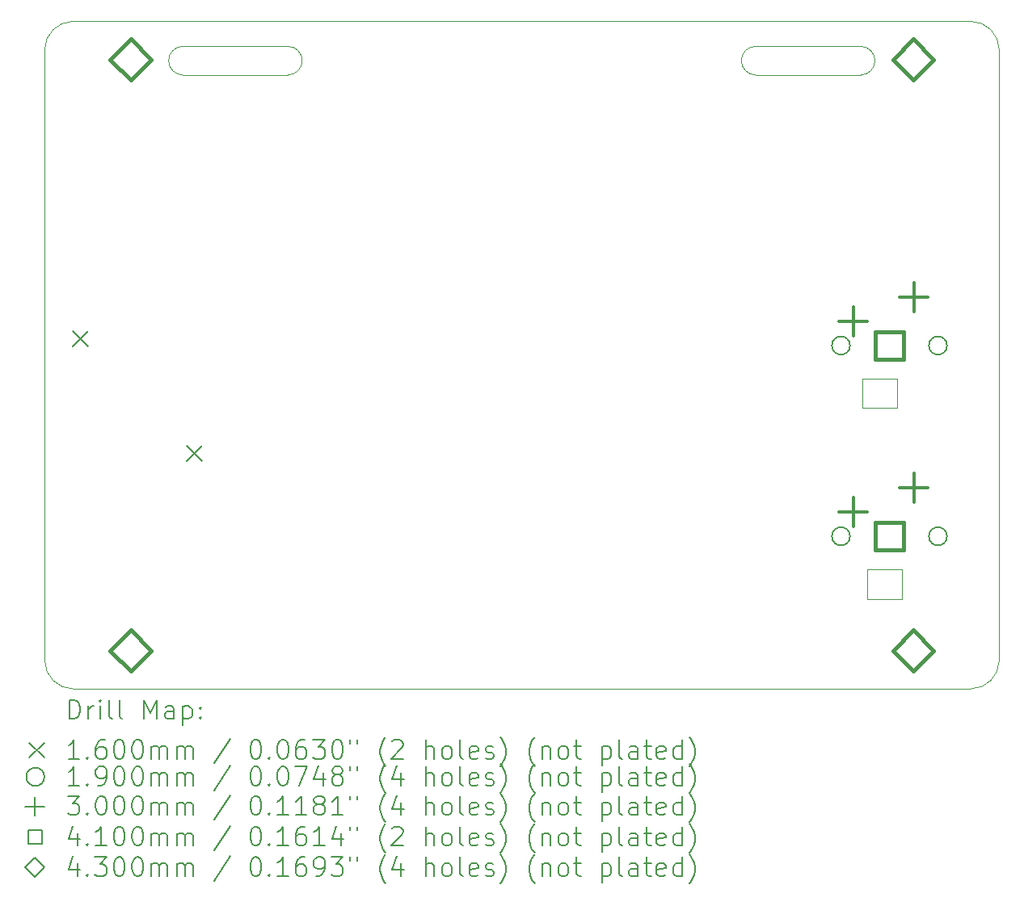
<source format=gbr>
%TF.GenerationSoftware,KiCad,Pcbnew,9.0.7*%
%TF.CreationDate,2026-03-07T10:30:58+01:00*%
%TF.ProjectId,confnicebadge,636f6e66-6e69-4636-9562-616467652e6b,rev?*%
%TF.SameCoordinates,Original*%
%TF.FileFunction,Drillmap*%
%TF.FilePolarity,Positive*%
%FSLAX45Y45*%
G04 Gerber Fmt 4.5, Leading zero omitted, Abs format (unit mm)*
G04 Created by KiCad (PCBNEW 9.0.7) date 2026-03-07 10:30:58*
%MOMM*%
%LPD*%
G01*
G04 APERTURE LIST*
%ADD10C,0.050000*%
%ADD11C,0.120000*%
%ADD12C,0.200000*%
%ADD13C,0.160000*%
%ADD14C,0.190000*%
%ADD15C,0.300000*%
%ADD16C,0.410000*%
%ADD17C,0.430000*%
G04 APERTURE END LIST*
D10*
X13000000Y-8700000D02*
G75*
G02*
X12700000Y-9000000I-300000J0D01*
G01*
X3000000Y-2300000D02*
G75*
G02*
X3300000Y-2000000I300000J0D01*
G01*
X13000000Y-2300000D02*
X13000000Y-8700000D01*
X12700000Y-2000000D02*
G75*
G02*
X13000000Y-2300000I0J-300000D01*
G01*
X12700000Y-9000000D02*
X3300000Y-9000000D01*
X3300000Y-2000000D02*
X12700000Y-2000000D01*
X3300000Y-9000000D02*
G75*
G02*
X3000000Y-8700000I0J300000D01*
G01*
X3000000Y-8700000D02*
X3000000Y-2300000D01*
D11*
X11698200Y-2413000D02*
G75*
G02*
X11548200Y-2563000I-150000J0D01*
G01*
X11548200Y-2263000D02*
G75*
G02*
X11698200Y-2413000I0J-150000D01*
G01*
X10448200Y-2563000D02*
G75*
G02*
X10298200Y-2413000I0J150000D01*
G01*
X10298200Y-2413000D02*
G75*
G02*
X10448200Y-2263000I150000J0D01*
G01*
X11548200Y-2263000D02*
X10448200Y-2263000D01*
X10448200Y-2563000D02*
X11548200Y-2563000D01*
X5698200Y-2413000D02*
G75*
G02*
X5548200Y-2563000I-150000J0D01*
G01*
X5548200Y-2263000D02*
G75*
G02*
X5698200Y-2413000I0J-150000D01*
G01*
X4448200Y-2563000D02*
G75*
G02*
X4298200Y-2413000I0J150000D01*
G01*
X4298200Y-2413000D02*
G75*
G02*
X4448200Y-2263000I150000J0D01*
G01*
X5548200Y-2263000D02*
X4448200Y-2263000D01*
X4448200Y-2563000D02*
X5548200Y-2563000D01*
X11930000Y-6055000D02*
X11570000Y-6055000D01*
X11930000Y-5745000D02*
X11930000Y-6055000D01*
X11570000Y-6055000D02*
X11570000Y-5745000D01*
X11570000Y-5745000D02*
X11930000Y-5745000D01*
X11980000Y-8055000D02*
X11620000Y-8055000D01*
X11980000Y-7745000D02*
X11980000Y-8055000D01*
X11620000Y-8055000D02*
X11620000Y-7745000D01*
X11620000Y-7745000D02*
X11980000Y-7745000D01*
D12*
D13*
X3291900Y-5248100D02*
X3451900Y-5408100D01*
X3451900Y-5248100D02*
X3291900Y-5408100D01*
X4491900Y-6448100D02*
X4651900Y-6608100D01*
X4651900Y-6448100D02*
X4491900Y-6608100D01*
D14*
X11437000Y-5400000D02*
G75*
G02*
X11247000Y-5400000I-95000J0D01*
G01*
X11247000Y-5400000D02*
G75*
G02*
X11437000Y-5400000I95000J0D01*
G01*
X11437000Y-7400000D02*
G75*
G02*
X11247000Y-7400000I-95000J0D01*
G01*
X11247000Y-7400000D02*
G75*
G02*
X11437000Y-7400000I95000J0D01*
G01*
X12453000Y-5400000D02*
G75*
G02*
X12263000Y-5400000I-95000J0D01*
G01*
X12263000Y-5400000D02*
G75*
G02*
X12453000Y-5400000I95000J0D01*
G01*
X12453000Y-7400000D02*
G75*
G02*
X12263000Y-7400000I-95000J0D01*
G01*
X12263000Y-7400000D02*
G75*
G02*
X12453000Y-7400000I95000J0D01*
G01*
D15*
X11469000Y-4996000D02*
X11469000Y-5296000D01*
X11319000Y-5146000D02*
X11619000Y-5146000D01*
X11469000Y-6996000D02*
X11469000Y-7296000D01*
X11319000Y-7146000D02*
X11619000Y-7146000D01*
X12104000Y-4742000D02*
X12104000Y-5042000D01*
X11954000Y-4892000D02*
X12254000Y-4892000D01*
X12104000Y-6742000D02*
X12104000Y-7042000D01*
X11954000Y-6892000D02*
X12254000Y-6892000D01*
D16*
X11994958Y-5544958D02*
X11994958Y-5255042D01*
X11705042Y-5255042D01*
X11705042Y-5544958D01*
X11994958Y-5544958D01*
X11994958Y-7544958D02*
X11994958Y-7255042D01*
X11705042Y-7255042D01*
X11705042Y-7544958D01*
X11994958Y-7544958D01*
D17*
X3900000Y-2615000D02*
X4115000Y-2400000D01*
X3900000Y-2185000D01*
X3685000Y-2400000D01*
X3900000Y-2615000D01*
X3900000Y-8815000D02*
X4115000Y-8600000D01*
X3900000Y-8385000D01*
X3685000Y-8600000D01*
X3900000Y-8815000D01*
X12100000Y-2615000D02*
X12315000Y-2400000D01*
X12100000Y-2185000D01*
X11885000Y-2400000D01*
X12100000Y-2615000D01*
X12100000Y-8815000D02*
X12315000Y-8600000D01*
X12100000Y-8385000D01*
X11885000Y-8600000D01*
X12100000Y-8815000D01*
D12*
X3258277Y-9313984D02*
X3258277Y-9113984D01*
X3258277Y-9113984D02*
X3305896Y-9113984D01*
X3305896Y-9113984D02*
X3334467Y-9123508D01*
X3334467Y-9123508D02*
X3353515Y-9142555D01*
X3353515Y-9142555D02*
X3363039Y-9161603D01*
X3363039Y-9161603D02*
X3372562Y-9199698D01*
X3372562Y-9199698D02*
X3372562Y-9228270D01*
X3372562Y-9228270D02*
X3363039Y-9266365D01*
X3363039Y-9266365D02*
X3353515Y-9285412D01*
X3353515Y-9285412D02*
X3334467Y-9304460D01*
X3334467Y-9304460D02*
X3305896Y-9313984D01*
X3305896Y-9313984D02*
X3258277Y-9313984D01*
X3458277Y-9313984D02*
X3458277Y-9180650D01*
X3458277Y-9218746D02*
X3467801Y-9199698D01*
X3467801Y-9199698D02*
X3477324Y-9190174D01*
X3477324Y-9190174D02*
X3496372Y-9180650D01*
X3496372Y-9180650D02*
X3515420Y-9180650D01*
X3582086Y-9313984D02*
X3582086Y-9180650D01*
X3582086Y-9113984D02*
X3572562Y-9123508D01*
X3572562Y-9123508D02*
X3582086Y-9133031D01*
X3582086Y-9133031D02*
X3591610Y-9123508D01*
X3591610Y-9123508D02*
X3582086Y-9113984D01*
X3582086Y-9113984D02*
X3582086Y-9133031D01*
X3705896Y-9313984D02*
X3686848Y-9304460D01*
X3686848Y-9304460D02*
X3677324Y-9285412D01*
X3677324Y-9285412D02*
X3677324Y-9113984D01*
X3810658Y-9313984D02*
X3791610Y-9304460D01*
X3791610Y-9304460D02*
X3782086Y-9285412D01*
X3782086Y-9285412D02*
X3782086Y-9113984D01*
X4039229Y-9313984D02*
X4039229Y-9113984D01*
X4039229Y-9113984D02*
X4105896Y-9256841D01*
X4105896Y-9256841D02*
X4172562Y-9113984D01*
X4172562Y-9113984D02*
X4172562Y-9313984D01*
X4353515Y-9313984D02*
X4353515Y-9209222D01*
X4353515Y-9209222D02*
X4343991Y-9190174D01*
X4343991Y-9190174D02*
X4324944Y-9180650D01*
X4324944Y-9180650D02*
X4286848Y-9180650D01*
X4286848Y-9180650D02*
X4267801Y-9190174D01*
X4353515Y-9304460D02*
X4334467Y-9313984D01*
X4334467Y-9313984D02*
X4286848Y-9313984D01*
X4286848Y-9313984D02*
X4267801Y-9304460D01*
X4267801Y-9304460D02*
X4258277Y-9285412D01*
X4258277Y-9285412D02*
X4258277Y-9266365D01*
X4258277Y-9266365D02*
X4267801Y-9247317D01*
X4267801Y-9247317D02*
X4286848Y-9237793D01*
X4286848Y-9237793D02*
X4334467Y-9237793D01*
X4334467Y-9237793D02*
X4353515Y-9228270D01*
X4448753Y-9180650D02*
X4448753Y-9380650D01*
X4448753Y-9190174D02*
X4467801Y-9180650D01*
X4467801Y-9180650D02*
X4505896Y-9180650D01*
X4505896Y-9180650D02*
X4524944Y-9190174D01*
X4524944Y-9190174D02*
X4534467Y-9199698D01*
X4534467Y-9199698D02*
X4543991Y-9218746D01*
X4543991Y-9218746D02*
X4543991Y-9275889D01*
X4543991Y-9275889D02*
X4534467Y-9294936D01*
X4534467Y-9294936D02*
X4524944Y-9304460D01*
X4524944Y-9304460D02*
X4505896Y-9313984D01*
X4505896Y-9313984D02*
X4467801Y-9313984D01*
X4467801Y-9313984D02*
X4448753Y-9304460D01*
X4629705Y-9294936D02*
X4639229Y-9304460D01*
X4639229Y-9304460D02*
X4629705Y-9313984D01*
X4629705Y-9313984D02*
X4620182Y-9304460D01*
X4620182Y-9304460D02*
X4629705Y-9294936D01*
X4629705Y-9294936D02*
X4629705Y-9313984D01*
X4629705Y-9190174D02*
X4639229Y-9199698D01*
X4639229Y-9199698D02*
X4629705Y-9209222D01*
X4629705Y-9209222D02*
X4620182Y-9199698D01*
X4620182Y-9199698D02*
X4629705Y-9190174D01*
X4629705Y-9190174D02*
X4629705Y-9209222D01*
D13*
X2837500Y-9562500D02*
X2997500Y-9722500D01*
X2997500Y-9562500D02*
X2837500Y-9722500D01*
D12*
X3363039Y-9733984D02*
X3248753Y-9733984D01*
X3305896Y-9733984D02*
X3305896Y-9533984D01*
X3305896Y-9533984D02*
X3286848Y-9562555D01*
X3286848Y-9562555D02*
X3267801Y-9581603D01*
X3267801Y-9581603D02*
X3248753Y-9591127D01*
X3448753Y-9714936D02*
X3458277Y-9724460D01*
X3458277Y-9724460D02*
X3448753Y-9733984D01*
X3448753Y-9733984D02*
X3439229Y-9724460D01*
X3439229Y-9724460D02*
X3448753Y-9714936D01*
X3448753Y-9714936D02*
X3448753Y-9733984D01*
X3629705Y-9533984D02*
X3591610Y-9533984D01*
X3591610Y-9533984D02*
X3572562Y-9543508D01*
X3572562Y-9543508D02*
X3563039Y-9553031D01*
X3563039Y-9553031D02*
X3543991Y-9581603D01*
X3543991Y-9581603D02*
X3534467Y-9619698D01*
X3534467Y-9619698D02*
X3534467Y-9695889D01*
X3534467Y-9695889D02*
X3543991Y-9714936D01*
X3543991Y-9714936D02*
X3553515Y-9724460D01*
X3553515Y-9724460D02*
X3572562Y-9733984D01*
X3572562Y-9733984D02*
X3610658Y-9733984D01*
X3610658Y-9733984D02*
X3629705Y-9724460D01*
X3629705Y-9724460D02*
X3639229Y-9714936D01*
X3639229Y-9714936D02*
X3648753Y-9695889D01*
X3648753Y-9695889D02*
X3648753Y-9648270D01*
X3648753Y-9648270D02*
X3639229Y-9629222D01*
X3639229Y-9629222D02*
X3629705Y-9619698D01*
X3629705Y-9619698D02*
X3610658Y-9610174D01*
X3610658Y-9610174D02*
X3572562Y-9610174D01*
X3572562Y-9610174D02*
X3553515Y-9619698D01*
X3553515Y-9619698D02*
X3543991Y-9629222D01*
X3543991Y-9629222D02*
X3534467Y-9648270D01*
X3772562Y-9533984D02*
X3791610Y-9533984D01*
X3791610Y-9533984D02*
X3810658Y-9543508D01*
X3810658Y-9543508D02*
X3820182Y-9553031D01*
X3820182Y-9553031D02*
X3829705Y-9572079D01*
X3829705Y-9572079D02*
X3839229Y-9610174D01*
X3839229Y-9610174D02*
X3839229Y-9657793D01*
X3839229Y-9657793D02*
X3829705Y-9695889D01*
X3829705Y-9695889D02*
X3820182Y-9714936D01*
X3820182Y-9714936D02*
X3810658Y-9724460D01*
X3810658Y-9724460D02*
X3791610Y-9733984D01*
X3791610Y-9733984D02*
X3772562Y-9733984D01*
X3772562Y-9733984D02*
X3753515Y-9724460D01*
X3753515Y-9724460D02*
X3743991Y-9714936D01*
X3743991Y-9714936D02*
X3734467Y-9695889D01*
X3734467Y-9695889D02*
X3724943Y-9657793D01*
X3724943Y-9657793D02*
X3724943Y-9610174D01*
X3724943Y-9610174D02*
X3734467Y-9572079D01*
X3734467Y-9572079D02*
X3743991Y-9553031D01*
X3743991Y-9553031D02*
X3753515Y-9543508D01*
X3753515Y-9543508D02*
X3772562Y-9533984D01*
X3963039Y-9533984D02*
X3982086Y-9533984D01*
X3982086Y-9533984D02*
X4001134Y-9543508D01*
X4001134Y-9543508D02*
X4010658Y-9553031D01*
X4010658Y-9553031D02*
X4020182Y-9572079D01*
X4020182Y-9572079D02*
X4029705Y-9610174D01*
X4029705Y-9610174D02*
X4029705Y-9657793D01*
X4029705Y-9657793D02*
X4020182Y-9695889D01*
X4020182Y-9695889D02*
X4010658Y-9714936D01*
X4010658Y-9714936D02*
X4001134Y-9724460D01*
X4001134Y-9724460D02*
X3982086Y-9733984D01*
X3982086Y-9733984D02*
X3963039Y-9733984D01*
X3963039Y-9733984D02*
X3943991Y-9724460D01*
X3943991Y-9724460D02*
X3934467Y-9714936D01*
X3934467Y-9714936D02*
X3924943Y-9695889D01*
X3924943Y-9695889D02*
X3915420Y-9657793D01*
X3915420Y-9657793D02*
X3915420Y-9610174D01*
X3915420Y-9610174D02*
X3924943Y-9572079D01*
X3924943Y-9572079D02*
X3934467Y-9553031D01*
X3934467Y-9553031D02*
X3943991Y-9543508D01*
X3943991Y-9543508D02*
X3963039Y-9533984D01*
X4115420Y-9733984D02*
X4115420Y-9600650D01*
X4115420Y-9619698D02*
X4124943Y-9610174D01*
X4124943Y-9610174D02*
X4143991Y-9600650D01*
X4143991Y-9600650D02*
X4172563Y-9600650D01*
X4172563Y-9600650D02*
X4191610Y-9610174D01*
X4191610Y-9610174D02*
X4201134Y-9629222D01*
X4201134Y-9629222D02*
X4201134Y-9733984D01*
X4201134Y-9629222D02*
X4210658Y-9610174D01*
X4210658Y-9610174D02*
X4229705Y-9600650D01*
X4229705Y-9600650D02*
X4258277Y-9600650D01*
X4258277Y-9600650D02*
X4277325Y-9610174D01*
X4277325Y-9610174D02*
X4286848Y-9629222D01*
X4286848Y-9629222D02*
X4286848Y-9733984D01*
X4382086Y-9733984D02*
X4382086Y-9600650D01*
X4382086Y-9619698D02*
X4391610Y-9610174D01*
X4391610Y-9610174D02*
X4410658Y-9600650D01*
X4410658Y-9600650D02*
X4439229Y-9600650D01*
X4439229Y-9600650D02*
X4458277Y-9610174D01*
X4458277Y-9610174D02*
X4467801Y-9629222D01*
X4467801Y-9629222D02*
X4467801Y-9733984D01*
X4467801Y-9629222D02*
X4477325Y-9610174D01*
X4477325Y-9610174D02*
X4496372Y-9600650D01*
X4496372Y-9600650D02*
X4524944Y-9600650D01*
X4524944Y-9600650D02*
X4543991Y-9610174D01*
X4543991Y-9610174D02*
X4553515Y-9629222D01*
X4553515Y-9629222D02*
X4553515Y-9733984D01*
X4943991Y-9524460D02*
X4772563Y-9781603D01*
X5201134Y-9533984D02*
X5220182Y-9533984D01*
X5220182Y-9533984D02*
X5239229Y-9543508D01*
X5239229Y-9543508D02*
X5248753Y-9553031D01*
X5248753Y-9553031D02*
X5258277Y-9572079D01*
X5258277Y-9572079D02*
X5267801Y-9610174D01*
X5267801Y-9610174D02*
X5267801Y-9657793D01*
X5267801Y-9657793D02*
X5258277Y-9695889D01*
X5258277Y-9695889D02*
X5248753Y-9714936D01*
X5248753Y-9714936D02*
X5239229Y-9724460D01*
X5239229Y-9724460D02*
X5220182Y-9733984D01*
X5220182Y-9733984D02*
X5201134Y-9733984D01*
X5201134Y-9733984D02*
X5182087Y-9724460D01*
X5182087Y-9724460D02*
X5172563Y-9714936D01*
X5172563Y-9714936D02*
X5163039Y-9695889D01*
X5163039Y-9695889D02*
X5153515Y-9657793D01*
X5153515Y-9657793D02*
X5153515Y-9610174D01*
X5153515Y-9610174D02*
X5163039Y-9572079D01*
X5163039Y-9572079D02*
X5172563Y-9553031D01*
X5172563Y-9553031D02*
X5182087Y-9543508D01*
X5182087Y-9543508D02*
X5201134Y-9533984D01*
X5353515Y-9714936D02*
X5363039Y-9724460D01*
X5363039Y-9724460D02*
X5353515Y-9733984D01*
X5353515Y-9733984D02*
X5343991Y-9724460D01*
X5343991Y-9724460D02*
X5353515Y-9714936D01*
X5353515Y-9714936D02*
X5353515Y-9733984D01*
X5486848Y-9533984D02*
X5505896Y-9533984D01*
X5505896Y-9533984D02*
X5524944Y-9543508D01*
X5524944Y-9543508D02*
X5534468Y-9553031D01*
X5534468Y-9553031D02*
X5543991Y-9572079D01*
X5543991Y-9572079D02*
X5553515Y-9610174D01*
X5553515Y-9610174D02*
X5553515Y-9657793D01*
X5553515Y-9657793D02*
X5543991Y-9695889D01*
X5543991Y-9695889D02*
X5534468Y-9714936D01*
X5534468Y-9714936D02*
X5524944Y-9724460D01*
X5524944Y-9724460D02*
X5505896Y-9733984D01*
X5505896Y-9733984D02*
X5486848Y-9733984D01*
X5486848Y-9733984D02*
X5467801Y-9724460D01*
X5467801Y-9724460D02*
X5458277Y-9714936D01*
X5458277Y-9714936D02*
X5448753Y-9695889D01*
X5448753Y-9695889D02*
X5439229Y-9657793D01*
X5439229Y-9657793D02*
X5439229Y-9610174D01*
X5439229Y-9610174D02*
X5448753Y-9572079D01*
X5448753Y-9572079D02*
X5458277Y-9553031D01*
X5458277Y-9553031D02*
X5467801Y-9543508D01*
X5467801Y-9543508D02*
X5486848Y-9533984D01*
X5724944Y-9533984D02*
X5686848Y-9533984D01*
X5686848Y-9533984D02*
X5667801Y-9543508D01*
X5667801Y-9543508D02*
X5658277Y-9553031D01*
X5658277Y-9553031D02*
X5639229Y-9581603D01*
X5639229Y-9581603D02*
X5629706Y-9619698D01*
X5629706Y-9619698D02*
X5629706Y-9695889D01*
X5629706Y-9695889D02*
X5639229Y-9714936D01*
X5639229Y-9714936D02*
X5648753Y-9724460D01*
X5648753Y-9724460D02*
X5667801Y-9733984D01*
X5667801Y-9733984D02*
X5705896Y-9733984D01*
X5705896Y-9733984D02*
X5724944Y-9724460D01*
X5724944Y-9724460D02*
X5734467Y-9714936D01*
X5734467Y-9714936D02*
X5743991Y-9695889D01*
X5743991Y-9695889D02*
X5743991Y-9648270D01*
X5743991Y-9648270D02*
X5734467Y-9629222D01*
X5734467Y-9629222D02*
X5724944Y-9619698D01*
X5724944Y-9619698D02*
X5705896Y-9610174D01*
X5705896Y-9610174D02*
X5667801Y-9610174D01*
X5667801Y-9610174D02*
X5648753Y-9619698D01*
X5648753Y-9619698D02*
X5639229Y-9629222D01*
X5639229Y-9629222D02*
X5629706Y-9648270D01*
X5810658Y-9533984D02*
X5934467Y-9533984D01*
X5934467Y-9533984D02*
X5867801Y-9610174D01*
X5867801Y-9610174D02*
X5896372Y-9610174D01*
X5896372Y-9610174D02*
X5915420Y-9619698D01*
X5915420Y-9619698D02*
X5924944Y-9629222D01*
X5924944Y-9629222D02*
X5934467Y-9648270D01*
X5934467Y-9648270D02*
X5934467Y-9695889D01*
X5934467Y-9695889D02*
X5924944Y-9714936D01*
X5924944Y-9714936D02*
X5915420Y-9724460D01*
X5915420Y-9724460D02*
X5896372Y-9733984D01*
X5896372Y-9733984D02*
X5839229Y-9733984D01*
X5839229Y-9733984D02*
X5820182Y-9724460D01*
X5820182Y-9724460D02*
X5810658Y-9714936D01*
X6058277Y-9533984D02*
X6077325Y-9533984D01*
X6077325Y-9533984D02*
X6096372Y-9543508D01*
X6096372Y-9543508D02*
X6105896Y-9553031D01*
X6105896Y-9553031D02*
X6115420Y-9572079D01*
X6115420Y-9572079D02*
X6124944Y-9610174D01*
X6124944Y-9610174D02*
X6124944Y-9657793D01*
X6124944Y-9657793D02*
X6115420Y-9695889D01*
X6115420Y-9695889D02*
X6105896Y-9714936D01*
X6105896Y-9714936D02*
X6096372Y-9724460D01*
X6096372Y-9724460D02*
X6077325Y-9733984D01*
X6077325Y-9733984D02*
X6058277Y-9733984D01*
X6058277Y-9733984D02*
X6039229Y-9724460D01*
X6039229Y-9724460D02*
X6029706Y-9714936D01*
X6029706Y-9714936D02*
X6020182Y-9695889D01*
X6020182Y-9695889D02*
X6010658Y-9657793D01*
X6010658Y-9657793D02*
X6010658Y-9610174D01*
X6010658Y-9610174D02*
X6020182Y-9572079D01*
X6020182Y-9572079D02*
X6029706Y-9553031D01*
X6029706Y-9553031D02*
X6039229Y-9543508D01*
X6039229Y-9543508D02*
X6058277Y-9533984D01*
X6201134Y-9533984D02*
X6201134Y-9572079D01*
X6277325Y-9533984D02*
X6277325Y-9572079D01*
X6572563Y-9810174D02*
X6563039Y-9800650D01*
X6563039Y-9800650D02*
X6543991Y-9772079D01*
X6543991Y-9772079D02*
X6534468Y-9753031D01*
X6534468Y-9753031D02*
X6524944Y-9724460D01*
X6524944Y-9724460D02*
X6515420Y-9676841D01*
X6515420Y-9676841D02*
X6515420Y-9638746D01*
X6515420Y-9638746D02*
X6524944Y-9591127D01*
X6524944Y-9591127D02*
X6534468Y-9562555D01*
X6534468Y-9562555D02*
X6543991Y-9543508D01*
X6543991Y-9543508D02*
X6563039Y-9514936D01*
X6563039Y-9514936D02*
X6572563Y-9505412D01*
X6639229Y-9553031D02*
X6648753Y-9543508D01*
X6648753Y-9543508D02*
X6667801Y-9533984D01*
X6667801Y-9533984D02*
X6715420Y-9533984D01*
X6715420Y-9533984D02*
X6734468Y-9543508D01*
X6734468Y-9543508D02*
X6743991Y-9553031D01*
X6743991Y-9553031D02*
X6753515Y-9572079D01*
X6753515Y-9572079D02*
X6753515Y-9591127D01*
X6753515Y-9591127D02*
X6743991Y-9619698D01*
X6743991Y-9619698D02*
X6629706Y-9733984D01*
X6629706Y-9733984D02*
X6753515Y-9733984D01*
X6991610Y-9733984D02*
X6991610Y-9533984D01*
X7077325Y-9733984D02*
X7077325Y-9629222D01*
X7077325Y-9629222D02*
X7067801Y-9610174D01*
X7067801Y-9610174D02*
X7048753Y-9600650D01*
X7048753Y-9600650D02*
X7020182Y-9600650D01*
X7020182Y-9600650D02*
X7001134Y-9610174D01*
X7001134Y-9610174D02*
X6991610Y-9619698D01*
X7201134Y-9733984D02*
X7182087Y-9724460D01*
X7182087Y-9724460D02*
X7172563Y-9714936D01*
X7172563Y-9714936D02*
X7163039Y-9695889D01*
X7163039Y-9695889D02*
X7163039Y-9638746D01*
X7163039Y-9638746D02*
X7172563Y-9619698D01*
X7172563Y-9619698D02*
X7182087Y-9610174D01*
X7182087Y-9610174D02*
X7201134Y-9600650D01*
X7201134Y-9600650D02*
X7229706Y-9600650D01*
X7229706Y-9600650D02*
X7248753Y-9610174D01*
X7248753Y-9610174D02*
X7258277Y-9619698D01*
X7258277Y-9619698D02*
X7267801Y-9638746D01*
X7267801Y-9638746D02*
X7267801Y-9695889D01*
X7267801Y-9695889D02*
X7258277Y-9714936D01*
X7258277Y-9714936D02*
X7248753Y-9724460D01*
X7248753Y-9724460D02*
X7229706Y-9733984D01*
X7229706Y-9733984D02*
X7201134Y-9733984D01*
X7382087Y-9733984D02*
X7363039Y-9724460D01*
X7363039Y-9724460D02*
X7353515Y-9705412D01*
X7353515Y-9705412D02*
X7353515Y-9533984D01*
X7534468Y-9724460D02*
X7515420Y-9733984D01*
X7515420Y-9733984D02*
X7477325Y-9733984D01*
X7477325Y-9733984D02*
X7458277Y-9724460D01*
X7458277Y-9724460D02*
X7448753Y-9705412D01*
X7448753Y-9705412D02*
X7448753Y-9629222D01*
X7448753Y-9629222D02*
X7458277Y-9610174D01*
X7458277Y-9610174D02*
X7477325Y-9600650D01*
X7477325Y-9600650D02*
X7515420Y-9600650D01*
X7515420Y-9600650D02*
X7534468Y-9610174D01*
X7534468Y-9610174D02*
X7543991Y-9629222D01*
X7543991Y-9629222D02*
X7543991Y-9648270D01*
X7543991Y-9648270D02*
X7448753Y-9667317D01*
X7620182Y-9724460D02*
X7639230Y-9733984D01*
X7639230Y-9733984D02*
X7677325Y-9733984D01*
X7677325Y-9733984D02*
X7696372Y-9724460D01*
X7696372Y-9724460D02*
X7705896Y-9705412D01*
X7705896Y-9705412D02*
X7705896Y-9695889D01*
X7705896Y-9695889D02*
X7696372Y-9676841D01*
X7696372Y-9676841D02*
X7677325Y-9667317D01*
X7677325Y-9667317D02*
X7648753Y-9667317D01*
X7648753Y-9667317D02*
X7629706Y-9657793D01*
X7629706Y-9657793D02*
X7620182Y-9638746D01*
X7620182Y-9638746D02*
X7620182Y-9629222D01*
X7620182Y-9629222D02*
X7629706Y-9610174D01*
X7629706Y-9610174D02*
X7648753Y-9600650D01*
X7648753Y-9600650D02*
X7677325Y-9600650D01*
X7677325Y-9600650D02*
X7696372Y-9610174D01*
X7772563Y-9810174D02*
X7782087Y-9800650D01*
X7782087Y-9800650D02*
X7801134Y-9772079D01*
X7801134Y-9772079D02*
X7810658Y-9753031D01*
X7810658Y-9753031D02*
X7820182Y-9724460D01*
X7820182Y-9724460D02*
X7829706Y-9676841D01*
X7829706Y-9676841D02*
X7829706Y-9638746D01*
X7829706Y-9638746D02*
X7820182Y-9591127D01*
X7820182Y-9591127D02*
X7810658Y-9562555D01*
X7810658Y-9562555D02*
X7801134Y-9543508D01*
X7801134Y-9543508D02*
X7782087Y-9514936D01*
X7782087Y-9514936D02*
X7772563Y-9505412D01*
X8134468Y-9810174D02*
X8124944Y-9800650D01*
X8124944Y-9800650D02*
X8105896Y-9772079D01*
X8105896Y-9772079D02*
X8096372Y-9753031D01*
X8096372Y-9753031D02*
X8086849Y-9724460D01*
X8086849Y-9724460D02*
X8077325Y-9676841D01*
X8077325Y-9676841D02*
X8077325Y-9638746D01*
X8077325Y-9638746D02*
X8086849Y-9591127D01*
X8086849Y-9591127D02*
X8096372Y-9562555D01*
X8096372Y-9562555D02*
X8105896Y-9543508D01*
X8105896Y-9543508D02*
X8124944Y-9514936D01*
X8124944Y-9514936D02*
X8134468Y-9505412D01*
X8210658Y-9600650D02*
X8210658Y-9733984D01*
X8210658Y-9619698D02*
X8220182Y-9610174D01*
X8220182Y-9610174D02*
X8239230Y-9600650D01*
X8239230Y-9600650D02*
X8267801Y-9600650D01*
X8267801Y-9600650D02*
X8286849Y-9610174D01*
X8286849Y-9610174D02*
X8296372Y-9629222D01*
X8296372Y-9629222D02*
X8296372Y-9733984D01*
X8420182Y-9733984D02*
X8401134Y-9724460D01*
X8401134Y-9724460D02*
X8391611Y-9714936D01*
X8391611Y-9714936D02*
X8382087Y-9695889D01*
X8382087Y-9695889D02*
X8382087Y-9638746D01*
X8382087Y-9638746D02*
X8391611Y-9619698D01*
X8391611Y-9619698D02*
X8401134Y-9610174D01*
X8401134Y-9610174D02*
X8420182Y-9600650D01*
X8420182Y-9600650D02*
X8448754Y-9600650D01*
X8448754Y-9600650D02*
X8467801Y-9610174D01*
X8467801Y-9610174D02*
X8477325Y-9619698D01*
X8477325Y-9619698D02*
X8486849Y-9638746D01*
X8486849Y-9638746D02*
X8486849Y-9695889D01*
X8486849Y-9695889D02*
X8477325Y-9714936D01*
X8477325Y-9714936D02*
X8467801Y-9724460D01*
X8467801Y-9724460D02*
X8448754Y-9733984D01*
X8448754Y-9733984D02*
X8420182Y-9733984D01*
X8543992Y-9600650D02*
X8620182Y-9600650D01*
X8572563Y-9533984D02*
X8572563Y-9705412D01*
X8572563Y-9705412D02*
X8582087Y-9724460D01*
X8582087Y-9724460D02*
X8601134Y-9733984D01*
X8601134Y-9733984D02*
X8620182Y-9733984D01*
X8839230Y-9600650D02*
X8839230Y-9800650D01*
X8839230Y-9610174D02*
X8858277Y-9600650D01*
X8858277Y-9600650D02*
X8896373Y-9600650D01*
X8896373Y-9600650D02*
X8915420Y-9610174D01*
X8915420Y-9610174D02*
X8924944Y-9619698D01*
X8924944Y-9619698D02*
X8934468Y-9638746D01*
X8934468Y-9638746D02*
X8934468Y-9695889D01*
X8934468Y-9695889D02*
X8924944Y-9714936D01*
X8924944Y-9714936D02*
X8915420Y-9724460D01*
X8915420Y-9724460D02*
X8896373Y-9733984D01*
X8896373Y-9733984D02*
X8858277Y-9733984D01*
X8858277Y-9733984D02*
X8839230Y-9724460D01*
X9048754Y-9733984D02*
X9029706Y-9724460D01*
X9029706Y-9724460D02*
X9020182Y-9705412D01*
X9020182Y-9705412D02*
X9020182Y-9533984D01*
X9210658Y-9733984D02*
X9210658Y-9629222D01*
X9210658Y-9629222D02*
X9201135Y-9610174D01*
X9201135Y-9610174D02*
X9182087Y-9600650D01*
X9182087Y-9600650D02*
X9143992Y-9600650D01*
X9143992Y-9600650D02*
X9124944Y-9610174D01*
X9210658Y-9724460D02*
X9191611Y-9733984D01*
X9191611Y-9733984D02*
X9143992Y-9733984D01*
X9143992Y-9733984D02*
X9124944Y-9724460D01*
X9124944Y-9724460D02*
X9115420Y-9705412D01*
X9115420Y-9705412D02*
X9115420Y-9686365D01*
X9115420Y-9686365D02*
X9124944Y-9667317D01*
X9124944Y-9667317D02*
X9143992Y-9657793D01*
X9143992Y-9657793D02*
X9191611Y-9657793D01*
X9191611Y-9657793D02*
X9210658Y-9648270D01*
X9277325Y-9600650D02*
X9353515Y-9600650D01*
X9305896Y-9533984D02*
X9305896Y-9705412D01*
X9305896Y-9705412D02*
X9315420Y-9724460D01*
X9315420Y-9724460D02*
X9334468Y-9733984D01*
X9334468Y-9733984D02*
X9353515Y-9733984D01*
X9496373Y-9724460D02*
X9477325Y-9733984D01*
X9477325Y-9733984D02*
X9439230Y-9733984D01*
X9439230Y-9733984D02*
X9420182Y-9724460D01*
X9420182Y-9724460D02*
X9410658Y-9705412D01*
X9410658Y-9705412D02*
X9410658Y-9629222D01*
X9410658Y-9629222D02*
X9420182Y-9610174D01*
X9420182Y-9610174D02*
X9439230Y-9600650D01*
X9439230Y-9600650D02*
X9477325Y-9600650D01*
X9477325Y-9600650D02*
X9496373Y-9610174D01*
X9496373Y-9610174D02*
X9505896Y-9629222D01*
X9505896Y-9629222D02*
X9505896Y-9648270D01*
X9505896Y-9648270D02*
X9410658Y-9667317D01*
X9677325Y-9733984D02*
X9677325Y-9533984D01*
X9677325Y-9724460D02*
X9658277Y-9733984D01*
X9658277Y-9733984D02*
X9620182Y-9733984D01*
X9620182Y-9733984D02*
X9601135Y-9724460D01*
X9601135Y-9724460D02*
X9591611Y-9714936D01*
X9591611Y-9714936D02*
X9582087Y-9695889D01*
X9582087Y-9695889D02*
X9582087Y-9638746D01*
X9582087Y-9638746D02*
X9591611Y-9619698D01*
X9591611Y-9619698D02*
X9601135Y-9610174D01*
X9601135Y-9610174D02*
X9620182Y-9600650D01*
X9620182Y-9600650D02*
X9658277Y-9600650D01*
X9658277Y-9600650D02*
X9677325Y-9610174D01*
X9753516Y-9810174D02*
X9763039Y-9800650D01*
X9763039Y-9800650D02*
X9782087Y-9772079D01*
X9782087Y-9772079D02*
X9791611Y-9753031D01*
X9791611Y-9753031D02*
X9801135Y-9724460D01*
X9801135Y-9724460D02*
X9810658Y-9676841D01*
X9810658Y-9676841D02*
X9810658Y-9638746D01*
X9810658Y-9638746D02*
X9801135Y-9591127D01*
X9801135Y-9591127D02*
X9791611Y-9562555D01*
X9791611Y-9562555D02*
X9782087Y-9543508D01*
X9782087Y-9543508D02*
X9763039Y-9514936D01*
X9763039Y-9514936D02*
X9753516Y-9505412D01*
D14*
X2997500Y-9922500D02*
G75*
G02*
X2807500Y-9922500I-95000J0D01*
G01*
X2807500Y-9922500D02*
G75*
G02*
X2997500Y-9922500I95000J0D01*
G01*
D12*
X3363039Y-10013984D02*
X3248753Y-10013984D01*
X3305896Y-10013984D02*
X3305896Y-9813984D01*
X3305896Y-9813984D02*
X3286848Y-9842555D01*
X3286848Y-9842555D02*
X3267801Y-9861603D01*
X3267801Y-9861603D02*
X3248753Y-9871127D01*
X3448753Y-9994936D02*
X3458277Y-10004460D01*
X3458277Y-10004460D02*
X3448753Y-10013984D01*
X3448753Y-10013984D02*
X3439229Y-10004460D01*
X3439229Y-10004460D02*
X3448753Y-9994936D01*
X3448753Y-9994936D02*
X3448753Y-10013984D01*
X3553515Y-10013984D02*
X3591610Y-10013984D01*
X3591610Y-10013984D02*
X3610658Y-10004460D01*
X3610658Y-10004460D02*
X3620182Y-9994936D01*
X3620182Y-9994936D02*
X3639229Y-9966365D01*
X3639229Y-9966365D02*
X3648753Y-9928270D01*
X3648753Y-9928270D02*
X3648753Y-9852079D01*
X3648753Y-9852079D02*
X3639229Y-9833031D01*
X3639229Y-9833031D02*
X3629705Y-9823508D01*
X3629705Y-9823508D02*
X3610658Y-9813984D01*
X3610658Y-9813984D02*
X3572562Y-9813984D01*
X3572562Y-9813984D02*
X3553515Y-9823508D01*
X3553515Y-9823508D02*
X3543991Y-9833031D01*
X3543991Y-9833031D02*
X3534467Y-9852079D01*
X3534467Y-9852079D02*
X3534467Y-9899698D01*
X3534467Y-9899698D02*
X3543991Y-9918746D01*
X3543991Y-9918746D02*
X3553515Y-9928270D01*
X3553515Y-9928270D02*
X3572562Y-9937793D01*
X3572562Y-9937793D02*
X3610658Y-9937793D01*
X3610658Y-9937793D02*
X3629705Y-9928270D01*
X3629705Y-9928270D02*
X3639229Y-9918746D01*
X3639229Y-9918746D02*
X3648753Y-9899698D01*
X3772562Y-9813984D02*
X3791610Y-9813984D01*
X3791610Y-9813984D02*
X3810658Y-9823508D01*
X3810658Y-9823508D02*
X3820182Y-9833031D01*
X3820182Y-9833031D02*
X3829705Y-9852079D01*
X3829705Y-9852079D02*
X3839229Y-9890174D01*
X3839229Y-9890174D02*
X3839229Y-9937793D01*
X3839229Y-9937793D02*
X3829705Y-9975889D01*
X3829705Y-9975889D02*
X3820182Y-9994936D01*
X3820182Y-9994936D02*
X3810658Y-10004460D01*
X3810658Y-10004460D02*
X3791610Y-10013984D01*
X3791610Y-10013984D02*
X3772562Y-10013984D01*
X3772562Y-10013984D02*
X3753515Y-10004460D01*
X3753515Y-10004460D02*
X3743991Y-9994936D01*
X3743991Y-9994936D02*
X3734467Y-9975889D01*
X3734467Y-9975889D02*
X3724943Y-9937793D01*
X3724943Y-9937793D02*
X3724943Y-9890174D01*
X3724943Y-9890174D02*
X3734467Y-9852079D01*
X3734467Y-9852079D02*
X3743991Y-9833031D01*
X3743991Y-9833031D02*
X3753515Y-9823508D01*
X3753515Y-9823508D02*
X3772562Y-9813984D01*
X3963039Y-9813984D02*
X3982086Y-9813984D01*
X3982086Y-9813984D02*
X4001134Y-9823508D01*
X4001134Y-9823508D02*
X4010658Y-9833031D01*
X4010658Y-9833031D02*
X4020182Y-9852079D01*
X4020182Y-9852079D02*
X4029705Y-9890174D01*
X4029705Y-9890174D02*
X4029705Y-9937793D01*
X4029705Y-9937793D02*
X4020182Y-9975889D01*
X4020182Y-9975889D02*
X4010658Y-9994936D01*
X4010658Y-9994936D02*
X4001134Y-10004460D01*
X4001134Y-10004460D02*
X3982086Y-10013984D01*
X3982086Y-10013984D02*
X3963039Y-10013984D01*
X3963039Y-10013984D02*
X3943991Y-10004460D01*
X3943991Y-10004460D02*
X3934467Y-9994936D01*
X3934467Y-9994936D02*
X3924943Y-9975889D01*
X3924943Y-9975889D02*
X3915420Y-9937793D01*
X3915420Y-9937793D02*
X3915420Y-9890174D01*
X3915420Y-9890174D02*
X3924943Y-9852079D01*
X3924943Y-9852079D02*
X3934467Y-9833031D01*
X3934467Y-9833031D02*
X3943991Y-9823508D01*
X3943991Y-9823508D02*
X3963039Y-9813984D01*
X4115420Y-10013984D02*
X4115420Y-9880650D01*
X4115420Y-9899698D02*
X4124943Y-9890174D01*
X4124943Y-9890174D02*
X4143991Y-9880650D01*
X4143991Y-9880650D02*
X4172563Y-9880650D01*
X4172563Y-9880650D02*
X4191610Y-9890174D01*
X4191610Y-9890174D02*
X4201134Y-9909222D01*
X4201134Y-9909222D02*
X4201134Y-10013984D01*
X4201134Y-9909222D02*
X4210658Y-9890174D01*
X4210658Y-9890174D02*
X4229705Y-9880650D01*
X4229705Y-9880650D02*
X4258277Y-9880650D01*
X4258277Y-9880650D02*
X4277325Y-9890174D01*
X4277325Y-9890174D02*
X4286848Y-9909222D01*
X4286848Y-9909222D02*
X4286848Y-10013984D01*
X4382086Y-10013984D02*
X4382086Y-9880650D01*
X4382086Y-9899698D02*
X4391610Y-9890174D01*
X4391610Y-9890174D02*
X4410658Y-9880650D01*
X4410658Y-9880650D02*
X4439229Y-9880650D01*
X4439229Y-9880650D02*
X4458277Y-9890174D01*
X4458277Y-9890174D02*
X4467801Y-9909222D01*
X4467801Y-9909222D02*
X4467801Y-10013984D01*
X4467801Y-9909222D02*
X4477325Y-9890174D01*
X4477325Y-9890174D02*
X4496372Y-9880650D01*
X4496372Y-9880650D02*
X4524944Y-9880650D01*
X4524944Y-9880650D02*
X4543991Y-9890174D01*
X4543991Y-9890174D02*
X4553515Y-9909222D01*
X4553515Y-9909222D02*
X4553515Y-10013984D01*
X4943991Y-9804460D02*
X4772563Y-10061603D01*
X5201134Y-9813984D02*
X5220182Y-9813984D01*
X5220182Y-9813984D02*
X5239229Y-9823508D01*
X5239229Y-9823508D02*
X5248753Y-9833031D01*
X5248753Y-9833031D02*
X5258277Y-9852079D01*
X5258277Y-9852079D02*
X5267801Y-9890174D01*
X5267801Y-9890174D02*
X5267801Y-9937793D01*
X5267801Y-9937793D02*
X5258277Y-9975889D01*
X5258277Y-9975889D02*
X5248753Y-9994936D01*
X5248753Y-9994936D02*
X5239229Y-10004460D01*
X5239229Y-10004460D02*
X5220182Y-10013984D01*
X5220182Y-10013984D02*
X5201134Y-10013984D01*
X5201134Y-10013984D02*
X5182087Y-10004460D01*
X5182087Y-10004460D02*
X5172563Y-9994936D01*
X5172563Y-9994936D02*
X5163039Y-9975889D01*
X5163039Y-9975889D02*
X5153515Y-9937793D01*
X5153515Y-9937793D02*
X5153515Y-9890174D01*
X5153515Y-9890174D02*
X5163039Y-9852079D01*
X5163039Y-9852079D02*
X5172563Y-9833031D01*
X5172563Y-9833031D02*
X5182087Y-9823508D01*
X5182087Y-9823508D02*
X5201134Y-9813984D01*
X5353515Y-9994936D02*
X5363039Y-10004460D01*
X5363039Y-10004460D02*
X5353515Y-10013984D01*
X5353515Y-10013984D02*
X5343991Y-10004460D01*
X5343991Y-10004460D02*
X5353515Y-9994936D01*
X5353515Y-9994936D02*
X5353515Y-10013984D01*
X5486848Y-9813984D02*
X5505896Y-9813984D01*
X5505896Y-9813984D02*
X5524944Y-9823508D01*
X5524944Y-9823508D02*
X5534468Y-9833031D01*
X5534468Y-9833031D02*
X5543991Y-9852079D01*
X5543991Y-9852079D02*
X5553515Y-9890174D01*
X5553515Y-9890174D02*
X5553515Y-9937793D01*
X5553515Y-9937793D02*
X5543991Y-9975889D01*
X5543991Y-9975889D02*
X5534468Y-9994936D01*
X5534468Y-9994936D02*
X5524944Y-10004460D01*
X5524944Y-10004460D02*
X5505896Y-10013984D01*
X5505896Y-10013984D02*
X5486848Y-10013984D01*
X5486848Y-10013984D02*
X5467801Y-10004460D01*
X5467801Y-10004460D02*
X5458277Y-9994936D01*
X5458277Y-9994936D02*
X5448753Y-9975889D01*
X5448753Y-9975889D02*
X5439229Y-9937793D01*
X5439229Y-9937793D02*
X5439229Y-9890174D01*
X5439229Y-9890174D02*
X5448753Y-9852079D01*
X5448753Y-9852079D02*
X5458277Y-9833031D01*
X5458277Y-9833031D02*
X5467801Y-9823508D01*
X5467801Y-9823508D02*
X5486848Y-9813984D01*
X5620182Y-9813984D02*
X5753515Y-9813984D01*
X5753515Y-9813984D02*
X5667801Y-10013984D01*
X5915420Y-9880650D02*
X5915420Y-10013984D01*
X5867801Y-9804460D02*
X5820182Y-9947317D01*
X5820182Y-9947317D02*
X5943991Y-9947317D01*
X6048753Y-9899698D02*
X6029706Y-9890174D01*
X6029706Y-9890174D02*
X6020182Y-9880650D01*
X6020182Y-9880650D02*
X6010658Y-9861603D01*
X6010658Y-9861603D02*
X6010658Y-9852079D01*
X6010658Y-9852079D02*
X6020182Y-9833031D01*
X6020182Y-9833031D02*
X6029706Y-9823508D01*
X6029706Y-9823508D02*
X6048753Y-9813984D01*
X6048753Y-9813984D02*
X6086848Y-9813984D01*
X6086848Y-9813984D02*
X6105896Y-9823508D01*
X6105896Y-9823508D02*
X6115420Y-9833031D01*
X6115420Y-9833031D02*
X6124944Y-9852079D01*
X6124944Y-9852079D02*
X6124944Y-9861603D01*
X6124944Y-9861603D02*
X6115420Y-9880650D01*
X6115420Y-9880650D02*
X6105896Y-9890174D01*
X6105896Y-9890174D02*
X6086848Y-9899698D01*
X6086848Y-9899698D02*
X6048753Y-9899698D01*
X6048753Y-9899698D02*
X6029706Y-9909222D01*
X6029706Y-9909222D02*
X6020182Y-9918746D01*
X6020182Y-9918746D02*
X6010658Y-9937793D01*
X6010658Y-9937793D02*
X6010658Y-9975889D01*
X6010658Y-9975889D02*
X6020182Y-9994936D01*
X6020182Y-9994936D02*
X6029706Y-10004460D01*
X6029706Y-10004460D02*
X6048753Y-10013984D01*
X6048753Y-10013984D02*
X6086848Y-10013984D01*
X6086848Y-10013984D02*
X6105896Y-10004460D01*
X6105896Y-10004460D02*
X6115420Y-9994936D01*
X6115420Y-9994936D02*
X6124944Y-9975889D01*
X6124944Y-9975889D02*
X6124944Y-9937793D01*
X6124944Y-9937793D02*
X6115420Y-9918746D01*
X6115420Y-9918746D02*
X6105896Y-9909222D01*
X6105896Y-9909222D02*
X6086848Y-9899698D01*
X6201134Y-9813984D02*
X6201134Y-9852079D01*
X6277325Y-9813984D02*
X6277325Y-9852079D01*
X6572563Y-10090174D02*
X6563039Y-10080650D01*
X6563039Y-10080650D02*
X6543991Y-10052079D01*
X6543991Y-10052079D02*
X6534468Y-10033031D01*
X6534468Y-10033031D02*
X6524944Y-10004460D01*
X6524944Y-10004460D02*
X6515420Y-9956841D01*
X6515420Y-9956841D02*
X6515420Y-9918746D01*
X6515420Y-9918746D02*
X6524944Y-9871127D01*
X6524944Y-9871127D02*
X6534468Y-9842555D01*
X6534468Y-9842555D02*
X6543991Y-9823508D01*
X6543991Y-9823508D02*
X6563039Y-9794936D01*
X6563039Y-9794936D02*
X6572563Y-9785412D01*
X6734468Y-9880650D02*
X6734468Y-10013984D01*
X6686848Y-9804460D02*
X6639229Y-9947317D01*
X6639229Y-9947317D02*
X6763039Y-9947317D01*
X6991610Y-10013984D02*
X6991610Y-9813984D01*
X7077325Y-10013984D02*
X7077325Y-9909222D01*
X7077325Y-9909222D02*
X7067801Y-9890174D01*
X7067801Y-9890174D02*
X7048753Y-9880650D01*
X7048753Y-9880650D02*
X7020182Y-9880650D01*
X7020182Y-9880650D02*
X7001134Y-9890174D01*
X7001134Y-9890174D02*
X6991610Y-9899698D01*
X7201134Y-10013984D02*
X7182087Y-10004460D01*
X7182087Y-10004460D02*
X7172563Y-9994936D01*
X7172563Y-9994936D02*
X7163039Y-9975889D01*
X7163039Y-9975889D02*
X7163039Y-9918746D01*
X7163039Y-9918746D02*
X7172563Y-9899698D01*
X7172563Y-9899698D02*
X7182087Y-9890174D01*
X7182087Y-9890174D02*
X7201134Y-9880650D01*
X7201134Y-9880650D02*
X7229706Y-9880650D01*
X7229706Y-9880650D02*
X7248753Y-9890174D01*
X7248753Y-9890174D02*
X7258277Y-9899698D01*
X7258277Y-9899698D02*
X7267801Y-9918746D01*
X7267801Y-9918746D02*
X7267801Y-9975889D01*
X7267801Y-9975889D02*
X7258277Y-9994936D01*
X7258277Y-9994936D02*
X7248753Y-10004460D01*
X7248753Y-10004460D02*
X7229706Y-10013984D01*
X7229706Y-10013984D02*
X7201134Y-10013984D01*
X7382087Y-10013984D02*
X7363039Y-10004460D01*
X7363039Y-10004460D02*
X7353515Y-9985412D01*
X7353515Y-9985412D02*
X7353515Y-9813984D01*
X7534468Y-10004460D02*
X7515420Y-10013984D01*
X7515420Y-10013984D02*
X7477325Y-10013984D01*
X7477325Y-10013984D02*
X7458277Y-10004460D01*
X7458277Y-10004460D02*
X7448753Y-9985412D01*
X7448753Y-9985412D02*
X7448753Y-9909222D01*
X7448753Y-9909222D02*
X7458277Y-9890174D01*
X7458277Y-9890174D02*
X7477325Y-9880650D01*
X7477325Y-9880650D02*
X7515420Y-9880650D01*
X7515420Y-9880650D02*
X7534468Y-9890174D01*
X7534468Y-9890174D02*
X7543991Y-9909222D01*
X7543991Y-9909222D02*
X7543991Y-9928270D01*
X7543991Y-9928270D02*
X7448753Y-9947317D01*
X7620182Y-10004460D02*
X7639230Y-10013984D01*
X7639230Y-10013984D02*
X7677325Y-10013984D01*
X7677325Y-10013984D02*
X7696372Y-10004460D01*
X7696372Y-10004460D02*
X7705896Y-9985412D01*
X7705896Y-9985412D02*
X7705896Y-9975889D01*
X7705896Y-9975889D02*
X7696372Y-9956841D01*
X7696372Y-9956841D02*
X7677325Y-9947317D01*
X7677325Y-9947317D02*
X7648753Y-9947317D01*
X7648753Y-9947317D02*
X7629706Y-9937793D01*
X7629706Y-9937793D02*
X7620182Y-9918746D01*
X7620182Y-9918746D02*
X7620182Y-9909222D01*
X7620182Y-9909222D02*
X7629706Y-9890174D01*
X7629706Y-9890174D02*
X7648753Y-9880650D01*
X7648753Y-9880650D02*
X7677325Y-9880650D01*
X7677325Y-9880650D02*
X7696372Y-9890174D01*
X7772563Y-10090174D02*
X7782087Y-10080650D01*
X7782087Y-10080650D02*
X7801134Y-10052079D01*
X7801134Y-10052079D02*
X7810658Y-10033031D01*
X7810658Y-10033031D02*
X7820182Y-10004460D01*
X7820182Y-10004460D02*
X7829706Y-9956841D01*
X7829706Y-9956841D02*
X7829706Y-9918746D01*
X7829706Y-9918746D02*
X7820182Y-9871127D01*
X7820182Y-9871127D02*
X7810658Y-9842555D01*
X7810658Y-9842555D02*
X7801134Y-9823508D01*
X7801134Y-9823508D02*
X7782087Y-9794936D01*
X7782087Y-9794936D02*
X7772563Y-9785412D01*
X8134468Y-10090174D02*
X8124944Y-10080650D01*
X8124944Y-10080650D02*
X8105896Y-10052079D01*
X8105896Y-10052079D02*
X8096372Y-10033031D01*
X8096372Y-10033031D02*
X8086849Y-10004460D01*
X8086849Y-10004460D02*
X8077325Y-9956841D01*
X8077325Y-9956841D02*
X8077325Y-9918746D01*
X8077325Y-9918746D02*
X8086849Y-9871127D01*
X8086849Y-9871127D02*
X8096372Y-9842555D01*
X8096372Y-9842555D02*
X8105896Y-9823508D01*
X8105896Y-9823508D02*
X8124944Y-9794936D01*
X8124944Y-9794936D02*
X8134468Y-9785412D01*
X8210658Y-9880650D02*
X8210658Y-10013984D01*
X8210658Y-9899698D02*
X8220182Y-9890174D01*
X8220182Y-9890174D02*
X8239230Y-9880650D01*
X8239230Y-9880650D02*
X8267801Y-9880650D01*
X8267801Y-9880650D02*
X8286849Y-9890174D01*
X8286849Y-9890174D02*
X8296372Y-9909222D01*
X8296372Y-9909222D02*
X8296372Y-10013984D01*
X8420182Y-10013984D02*
X8401134Y-10004460D01*
X8401134Y-10004460D02*
X8391611Y-9994936D01*
X8391611Y-9994936D02*
X8382087Y-9975889D01*
X8382087Y-9975889D02*
X8382087Y-9918746D01*
X8382087Y-9918746D02*
X8391611Y-9899698D01*
X8391611Y-9899698D02*
X8401134Y-9890174D01*
X8401134Y-9890174D02*
X8420182Y-9880650D01*
X8420182Y-9880650D02*
X8448754Y-9880650D01*
X8448754Y-9880650D02*
X8467801Y-9890174D01*
X8467801Y-9890174D02*
X8477325Y-9899698D01*
X8477325Y-9899698D02*
X8486849Y-9918746D01*
X8486849Y-9918746D02*
X8486849Y-9975889D01*
X8486849Y-9975889D02*
X8477325Y-9994936D01*
X8477325Y-9994936D02*
X8467801Y-10004460D01*
X8467801Y-10004460D02*
X8448754Y-10013984D01*
X8448754Y-10013984D02*
X8420182Y-10013984D01*
X8543992Y-9880650D02*
X8620182Y-9880650D01*
X8572563Y-9813984D02*
X8572563Y-9985412D01*
X8572563Y-9985412D02*
X8582087Y-10004460D01*
X8582087Y-10004460D02*
X8601134Y-10013984D01*
X8601134Y-10013984D02*
X8620182Y-10013984D01*
X8839230Y-9880650D02*
X8839230Y-10080650D01*
X8839230Y-9890174D02*
X8858277Y-9880650D01*
X8858277Y-9880650D02*
X8896373Y-9880650D01*
X8896373Y-9880650D02*
X8915420Y-9890174D01*
X8915420Y-9890174D02*
X8924944Y-9899698D01*
X8924944Y-9899698D02*
X8934468Y-9918746D01*
X8934468Y-9918746D02*
X8934468Y-9975889D01*
X8934468Y-9975889D02*
X8924944Y-9994936D01*
X8924944Y-9994936D02*
X8915420Y-10004460D01*
X8915420Y-10004460D02*
X8896373Y-10013984D01*
X8896373Y-10013984D02*
X8858277Y-10013984D01*
X8858277Y-10013984D02*
X8839230Y-10004460D01*
X9048754Y-10013984D02*
X9029706Y-10004460D01*
X9029706Y-10004460D02*
X9020182Y-9985412D01*
X9020182Y-9985412D02*
X9020182Y-9813984D01*
X9210658Y-10013984D02*
X9210658Y-9909222D01*
X9210658Y-9909222D02*
X9201135Y-9890174D01*
X9201135Y-9890174D02*
X9182087Y-9880650D01*
X9182087Y-9880650D02*
X9143992Y-9880650D01*
X9143992Y-9880650D02*
X9124944Y-9890174D01*
X9210658Y-10004460D02*
X9191611Y-10013984D01*
X9191611Y-10013984D02*
X9143992Y-10013984D01*
X9143992Y-10013984D02*
X9124944Y-10004460D01*
X9124944Y-10004460D02*
X9115420Y-9985412D01*
X9115420Y-9985412D02*
X9115420Y-9966365D01*
X9115420Y-9966365D02*
X9124944Y-9947317D01*
X9124944Y-9947317D02*
X9143992Y-9937793D01*
X9143992Y-9937793D02*
X9191611Y-9937793D01*
X9191611Y-9937793D02*
X9210658Y-9928270D01*
X9277325Y-9880650D02*
X9353515Y-9880650D01*
X9305896Y-9813984D02*
X9305896Y-9985412D01*
X9305896Y-9985412D02*
X9315420Y-10004460D01*
X9315420Y-10004460D02*
X9334468Y-10013984D01*
X9334468Y-10013984D02*
X9353515Y-10013984D01*
X9496373Y-10004460D02*
X9477325Y-10013984D01*
X9477325Y-10013984D02*
X9439230Y-10013984D01*
X9439230Y-10013984D02*
X9420182Y-10004460D01*
X9420182Y-10004460D02*
X9410658Y-9985412D01*
X9410658Y-9985412D02*
X9410658Y-9909222D01*
X9410658Y-9909222D02*
X9420182Y-9890174D01*
X9420182Y-9890174D02*
X9439230Y-9880650D01*
X9439230Y-9880650D02*
X9477325Y-9880650D01*
X9477325Y-9880650D02*
X9496373Y-9890174D01*
X9496373Y-9890174D02*
X9505896Y-9909222D01*
X9505896Y-9909222D02*
X9505896Y-9928270D01*
X9505896Y-9928270D02*
X9410658Y-9947317D01*
X9677325Y-10013984D02*
X9677325Y-9813984D01*
X9677325Y-10004460D02*
X9658277Y-10013984D01*
X9658277Y-10013984D02*
X9620182Y-10013984D01*
X9620182Y-10013984D02*
X9601135Y-10004460D01*
X9601135Y-10004460D02*
X9591611Y-9994936D01*
X9591611Y-9994936D02*
X9582087Y-9975889D01*
X9582087Y-9975889D02*
X9582087Y-9918746D01*
X9582087Y-9918746D02*
X9591611Y-9899698D01*
X9591611Y-9899698D02*
X9601135Y-9890174D01*
X9601135Y-9890174D02*
X9620182Y-9880650D01*
X9620182Y-9880650D02*
X9658277Y-9880650D01*
X9658277Y-9880650D02*
X9677325Y-9890174D01*
X9753516Y-10090174D02*
X9763039Y-10080650D01*
X9763039Y-10080650D02*
X9782087Y-10052079D01*
X9782087Y-10052079D02*
X9791611Y-10033031D01*
X9791611Y-10033031D02*
X9801135Y-10004460D01*
X9801135Y-10004460D02*
X9810658Y-9956841D01*
X9810658Y-9956841D02*
X9810658Y-9918746D01*
X9810658Y-9918746D02*
X9801135Y-9871127D01*
X9801135Y-9871127D02*
X9791611Y-9842555D01*
X9791611Y-9842555D02*
X9782087Y-9823508D01*
X9782087Y-9823508D02*
X9763039Y-9794936D01*
X9763039Y-9794936D02*
X9753516Y-9785412D01*
X2897500Y-10132500D02*
X2897500Y-10332500D01*
X2797500Y-10232500D02*
X2997500Y-10232500D01*
X3239229Y-10123984D02*
X3363039Y-10123984D01*
X3363039Y-10123984D02*
X3296372Y-10200174D01*
X3296372Y-10200174D02*
X3324943Y-10200174D01*
X3324943Y-10200174D02*
X3343991Y-10209698D01*
X3343991Y-10209698D02*
X3353515Y-10219222D01*
X3353515Y-10219222D02*
X3363039Y-10238270D01*
X3363039Y-10238270D02*
X3363039Y-10285889D01*
X3363039Y-10285889D02*
X3353515Y-10304936D01*
X3353515Y-10304936D02*
X3343991Y-10314460D01*
X3343991Y-10314460D02*
X3324943Y-10323984D01*
X3324943Y-10323984D02*
X3267801Y-10323984D01*
X3267801Y-10323984D02*
X3248753Y-10314460D01*
X3248753Y-10314460D02*
X3239229Y-10304936D01*
X3448753Y-10304936D02*
X3458277Y-10314460D01*
X3458277Y-10314460D02*
X3448753Y-10323984D01*
X3448753Y-10323984D02*
X3439229Y-10314460D01*
X3439229Y-10314460D02*
X3448753Y-10304936D01*
X3448753Y-10304936D02*
X3448753Y-10323984D01*
X3582086Y-10123984D02*
X3601134Y-10123984D01*
X3601134Y-10123984D02*
X3620182Y-10133508D01*
X3620182Y-10133508D02*
X3629705Y-10143031D01*
X3629705Y-10143031D02*
X3639229Y-10162079D01*
X3639229Y-10162079D02*
X3648753Y-10200174D01*
X3648753Y-10200174D02*
X3648753Y-10247793D01*
X3648753Y-10247793D02*
X3639229Y-10285889D01*
X3639229Y-10285889D02*
X3629705Y-10304936D01*
X3629705Y-10304936D02*
X3620182Y-10314460D01*
X3620182Y-10314460D02*
X3601134Y-10323984D01*
X3601134Y-10323984D02*
X3582086Y-10323984D01*
X3582086Y-10323984D02*
X3563039Y-10314460D01*
X3563039Y-10314460D02*
X3553515Y-10304936D01*
X3553515Y-10304936D02*
X3543991Y-10285889D01*
X3543991Y-10285889D02*
X3534467Y-10247793D01*
X3534467Y-10247793D02*
X3534467Y-10200174D01*
X3534467Y-10200174D02*
X3543991Y-10162079D01*
X3543991Y-10162079D02*
X3553515Y-10143031D01*
X3553515Y-10143031D02*
X3563039Y-10133508D01*
X3563039Y-10133508D02*
X3582086Y-10123984D01*
X3772562Y-10123984D02*
X3791610Y-10123984D01*
X3791610Y-10123984D02*
X3810658Y-10133508D01*
X3810658Y-10133508D02*
X3820182Y-10143031D01*
X3820182Y-10143031D02*
X3829705Y-10162079D01*
X3829705Y-10162079D02*
X3839229Y-10200174D01*
X3839229Y-10200174D02*
X3839229Y-10247793D01*
X3839229Y-10247793D02*
X3829705Y-10285889D01*
X3829705Y-10285889D02*
X3820182Y-10304936D01*
X3820182Y-10304936D02*
X3810658Y-10314460D01*
X3810658Y-10314460D02*
X3791610Y-10323984D01*
X3791610Y-10323984D02*
X3772562Y-10323984D01*
X3772562Y-10323984D02*
X3753515Y-10314460D01*
X3753515Y-10314460D02*
X3743991Y-10304936D01*
X3743991Y-10304936D02*
X3734467Y-10285889D01*
X3734467Y-10285889D02*
X3724943Y-10247793D01*
X3724943Y-10247793D02*
X3724943Y-10200174D01*
X3724943Y-10200174D02*
X3734467Y-10162079D01*
X3734467Y-10162079D02*
X3743991Y-10143031D01*
X3743991Y-10143031D02*
X3753515Y-10133508D01*
X3753515Y-10133508D02*
X3772562Y-10123984D01*
X3963039Y-10123984D02*
X3982086Y-10123984D01*
X3982086Y-10123984D02*
X4001134Y-10133508D01*
X4001134Y-10133508D02*
X4010658Y-10143031D01*
X4010658Y-10143031D02*
X4020182Y-10162079D01*
X4020182Y-10162079D02*
X4029705Y-10200174D01*
X4029705Y-10200174D02*
X4029705Y-10247793D01*
X4029705Y-10247793D02*
X4020182Y-10285889D01*
X4020182Y-10285889D02*
X4010658Y-10304936D01*
X4010658Y-10304936D02*
X4001134Y-10314460D01*
X4001134Y-10314460D02*
X3982086Y-10323984D01*
X3982086Y-10323984D02*
X3963039Y-10323984D01*
X3963039Y-10323984D02*
X3943991Y-10314460D01*
X3943991Y-10314460D02*
X3934467Y-10304936D01*
X3934467Y-10304936D02*
X3924943Y-10285889D01*
X3924943Y-10285889D02*
X3915420Y-10247793D01*
X3915420Y-10247793D02*
X3915420Y-10200174D01*
X3915420Y-10200174D02*
X3924943Y-10162079D01*
X3924943Y-10162079D02*
X3934467Y-10143031D01*
X3934467Y-10143031D02*
X3943991Y-10133508D01*
X3943991Y-10133508D02*
X3963039Y-10123984D01*
X4115420Y-10323984D02*
X4115420Y-10190650D01*
X4115420Y-10209698D02*
X4124943Y-10200174D01*
X4124943Y-10200174D02*
X4143991Y-10190650D01*
X4143991Y-10190650D02*
X4172563Y-10190650D01*
X4172563Y-10190650D02*
X4191610Y-10200174D01*
X4191610Y-10200174D02*
X4201134Y-10219222D01*
X4201134Y-10219222D02*
X4201134Y-10323984D01*
X4201134Y-10219222D02*
X4210658Y-10200174D01*
X4210658Y-10200174D02*
X4229705Y-10190650D01*
X4229705Y-10190650D02*
X4258277Y-10190650D01*
X4258277Y-10190650D02*
X4277325Y-10200174D01*
X4277325Y-10200174D02*
X4286848Y-10219222D01*
X4286848Y-10219222D02*
X4286848Y-10323984D01*
X4382086Y-10323984D02*
X4382086Y-10190650D01*
X4382086Y-10209698D02*
X4391610Y-10200174D01*
X4391610Y-10200174D02*
X4410658Y-10190650D01*
X4410658Y-10190650D02*
X4439229Y-10190650D01*
X4439229Y-10190650D02*
X4458277Y-10200174D01*
X4458277Y-10200174D02*
X4467801Y-10219222D01*
X4467801Y-10219222D02*
X4467801Y-10323984D01*
X4467801Y-10219222D02*
X4477325Y-10200174D01*
X4477325Y-10200174D02*
X4496372Y-10190650D01*
X4496372Y-10190650D02*
X4524944Y-10190650D01*
X4524944Y-10190650D02*
X4543991Y-10200174D01*
X4543991Y-10200174D02*
X4553515Y-10219222D01*
X4553515Y-10219222D02*
X4553515Y-10323984D01*
X4943991Y-10114460D02*
X4772563Y-10371603D01*
X5201134Y-10123984D02*
X5220182Y-10123984D01*
X5220182Y-10123984D02*
X5239229Y-10133508D01*
X5239229Y-10133508D02*
X5248753Y-10143031D01*
X5248753Y-10143031D02*
X5258277Y-10162079D01*
X5258277Y-10162079D02*
X5267801Y-10200174D01*
X5267801Y-10200174D02*
X5267801Y-10247793D01*
X5267801Y-10247793D02*
X5258277Y-10285889D01*
X5258277Y-10285889D02*
X5248753Y-10304936D01*
X5248753Y-10304936D02*
X5239229Y-10314460D01*
X5239229Y-10314460D02*
X5220182Y-10323984D01*
X5220182Y-10323984D02*
X5201134Y-10323984D01*
X5201134Y-10323984D02*
X5182087Y-10314460D01*
X5182087Y-10314460D02*
X5172563Y-10304936D01*
X5172563Y-10304936D02*
X5163039Y-10285889D01*
X5163039Y-10285889D02*
X5153515Y-10247793D01*
X5153515Y-10247793D02*
X5153515Y-10200174D01*
X5153515Y-10200174D02*
X5163039Y-10162079D01*
X5163039Y-10162079D02*
X5172563Y-10143031D01*
X5172563Y-10143031D02*
X5182087Y-10133508D01*
X5182087Y-10133508D02*
X5201134Y-10123984D01*
X5353515Y-10304936D02*
X5363039Y-10314460D01*
X5363039Y-10314460D02*
X5353515Y-10323984D01*
X5353515Y-10323984D02*
X5343991Y-10314460D01*
X5343991Y-10314460D02*
X5353515Y-10304936D01*
X5353515Y-10304936D02*
X5353515Y-10323984D01*
X5553515Y-10323984D02*
X5439229Y-10323984D01*
X5496372Y-10323984D02*
X5496372Y-10123984D01*
X5496372Y-10123984D02*
X5477325Y-10152555D01*
X5477325Y-10152555D02*
X5458277Y-10171603D01*
X5458277Y-10171603D02*
X5439229Y-10181127D01*
X5743991Y-10323984D02*
X5629706Y-10323984D01*
X5686848Y-10323984D02*
X5686848Y-10123984D01*
X5686848Y-10123984D02*
X5667801Y-10152555D01*
X5667801Y-10152555D02*
X5648753Y-10171603D01*
X5648753Y-10171603D02*
X5629706Y-10181127D01*
X5858277Y-10209698D02*
X5839229Y-10200174D01*
X5839229Y-10200174D02*
X5829706Y-10190650D01*
X5829706Y-10190650D02*
X5820182Y-10171603D01*
X5820182Y-10171603D02*
X5820182Y-10162079D01*
X5820182Y-10162079D02*
X5829706Y-10143031D01*
X5829706Y-10143031D02*
X5839229Y-10133508D01*
X5839229Y-10133508D02*
X5858277Y-10123984D01*
X5858277Y-10123984D02*
X5896372Y-10123984D01*
X5896372Y-10123984D02*
X5915420Y-10133508D01*
X5915420Y-10133508D02*
X5924944Y-10143031D01*
X5924944Y-10143031D02*
X5934467Y-10162079D01*
X5934467Y-10162079D02*
X5934467Y-10171603D01*
X5934467Y-10171603D02*
X5924944Y-10190650D01*
X5924944Y-10190650D02*
X5915420Y-10200174D01*
X5915420Y-10200174D02*
X5896372Y-10209698D01*
X5896372Y-10209698D02*
X5858277Y-10209698D01*
X5858277Y-10209698D02*
X5839229Y-10219222D01*
X5839229Y-10219222D02*
X5829706Y-10228746D01*
X5829706Y-10228746D02*
X5820182Y-10247793D01*
X5820182Y-10247793D02*
X5820182Y-10285889D01*
X5820182Y-10285889D02*
X5829706Y-10304936D01*
X5829706Y-10304936D02*
X5839229Y-10314460D01*
X5839229Y-10314460D02*
X5858277Y-10323984D01*
X5858277Y-10323984D02*
X5896372Y-10323984D01*
X5896372Y-10323984D02*
X5915420Y-10314460D01*
X5915420Y-10314460D02*
X5924944Y-10304936D01*
X5924944Y-10304936D02*
X5934467Y-10285889D01*
X5934467Y-10285889D02*
X5934467Y-10247793D01*
X5934467Y-10247793D02*
X5924944Y-10228746D01*
X5924944Y-10228746D02*
X5915420Y-10219222D01*
X5915420Y-10219222D02*
X5896372Y-10209698D01*
X6124944Y-10323984D02*
X6010658Y-10323984D01*
X6067801Y-10323984D02*
X6067801Y-10123984D01*
X6067801Y-10123984D02*
X6048753Y-10152555D01*
X6048753Y-10152555D02*
X6029706Y-10171603D01*
X6029706Y-10171603D02*
X6010658Y-10181127D01*
X6201134Y-10123984D02*
X6201134Y-10162079D01*
X6277325Y-10123984D02*
X6277325Y-10162079D01*
X6572563Y-10400174D02*
X6563039Y-10390650D01*
X6563039Y-10390650D02*
X6543991Y-10362079D01*
X6543991Y-10362079D02*
X6534468Y-10343031D01*
X6534468Y-10343031D02*
X6524944Y-10314460D01*
X6524944Y-10314460D02*
X6515420Y-10266841D01*
X6515420Y-10266841D02*
X6515420Y-10228746D01*
X6515420Y-10228746D02*
X6524944Y-10181127D01*
X6524944Y-10181127D02*
X6534468Y-10152555D01*
X6534468Y-10152555D02*
X6543991Y-10133508D01*
X6543991Y-10133508D02*
X6563039Y-10104936D01*
X6563039Y-10104936D02*
X6572563Y-10095412D01*
X6734468Y-10190650D02*
X6734468Y-10323984D01*
X6686848Y-10114460D02*
X6639229Y-10257317D01*
X6639229Y-10257317D02*
X6763039Y-10257317D01*
X6991610Y-10323984D02*
X6991610Y-10123984D01*
X7077325Y-10323984D02*
X7077325Y-10219222D01*
X7077325Y-10219222D02*
X7067801Y-10200174D01*
X7067801Y-10200174D02*
X7048753Y-10190650D01*
X7048753Y-10190650D02*
X7020182Y-10190650D01*
X7020182Y-10190650D02*
X7001134Y-10200174D01*
X7001134Y-10200174D02*
X6991610Y-10209698D01*
X7201134Y-10323984D02*
X7182087Y-10314460D01*
X7182087Y-10314460D02*
X7172563Y-10304936D01*
X7172563Y-10304936D02*
X7163039Y-10285889D01*
X7163039Y-10285889D02*
X7163039Y-10228746D01*
X7163039Y-10228746D02*
X7172563Y-10209698D01*
X7172563Y-10209698D02*
X7182087Y-10200174D01*
X7182087Y-10200174D02*
X7201134Y-10190650D01*
X7201134Y-10190650D02*
X7229706Y-10190650D01*
X7229706Y-10190650D02*
X7248753Y-10200174D01*
X7248753Y-10200174D02*
X7258277Y-10209698D01*
X7258277Y-10209698D02*
X7267801Y-10228746D01*
X7267801Y-10228746D02*
X7267801Y-10285889D01*
X7267801Y-10285889D02*
X7258277Y-10304936D01*
X7258277Y-10304936D02*
X7248753Y-10314460D01*
X7248753Y-10314460D02*
X7229706Y-10323984D01*
X7229706Y-10323984D02*
X7201134Y-10323984D01*
X7382087Y-10323984D02*
X7363039Y-10314460D01*
X7363039Y-10314460D02*
X7353515Y-10295412D01*
X7353515Y-10295412D02*
X7353515Y-10123984D01*
X7534468Y-10314460D02*
X7515420Y-10323984D01*
X7515420Y-10323984D02*
X7477325Y-10323984D01*
X7477325Y-10323984D02*
X7458277Y-10314460D01*
X7458277Y-10314460D02*
X7448753Y-10295412D01*
X7448753Y-10295412D02*
X7448753Y-10219222D01*
X7448753Y-10219222D02*
X7458277Y-10200174D01*
X7458277Y-10200174D02*
X7477325Y-10190650D01*
X7477325Y-10190650D02*
X7515420Y-10190650D01*
X7515420Y-10190650D02*
X7534468Y-10200174D01*
X7534468Y-10200174D02*
X7543991Y-10219222D01*
X7543991Y-10219222D02*
X7543991Y-10238270D01*
X7543991Y-10238270D02*
X7448753Y-10257317D01*
X7620182Y-10314460D02*
X7639230Y-10323984D01*
X7639230Y-10323984D02*
X7677325Y-10323984D01*
X7677325Y-10323984D02*
X7696372Y-10314460D01*
X7696372Y-10314460D02*
X7705896Y-10295412D01*
X7705896Y-10295412D02*
X7705896Y-10285889D01*
X7705896Y-10285889D02*
X7696372Y-10266841D01*
X7696372Y-10266841D02*
X7677325Y-10257317D01*
X7677325Y-10257317D02*
X7648753Y-10257317D01*
X7648753Y-10257317D02*
X7629706Y-10247793D01*
X7629706Y-10247793D02*
X7620182Y-10228746D01*
X7620182Y-10228746D02*
X7620182Y-10219222D01*
X7620182Y-10219222D02*
X7629706Y-10200174D01*
X7629706Y-10200174D02*
X7648753Y-10190650D01*
X7648753Y-10190650D02*
X7677325Y-10190650D01*
X7677325Y-10190650D02*
X7696372Y-10200174D01*
X7772563Y-10400174D02*
X7782087Y-10390650D01*
X7782087Y-10390650D02*
X7801134Y-10362079D01*
X7801134Y-10362079D02*
X7810658Y-10343031D01*
X7810658Y-10343031D02*
X7820182Y-10314460D01*
X7820182Y-10314460D02*
X7829706Y-10266841D01*
X7829706Y-10266841D02*
X7829706Y-10228746D01*
X7829706Y-10228746D02*
X7820182Y-10181127D01*
X7820182Y-10181127D02*
X7810658Y-10152555D01*
X7810658Y-10152555D02*
X7801134Y-10133508D01*
X7801134Y-10133508D02*
X7782087Y-10104936D01*
X7782087Y-10104936D02*
X7772563Y-10095412D01*
X8134468Y-10400174D02*
X8124944Y-10390650D01*
X8124944Y-10390650D02*
X8105896Y-10362079D01*
X8105896Y-10362079D02*
X8096372Y-10343031D01*
X8096372Y-10343031D02*
X8086849Y-10314460D01*
X8086849Y-10314460D02*
X8077325Y-10266841D01*
X8077325Y-10266841D02*
X8077325Y-10228746D01*
X8077325Y-10228746D02*
X8086849Y-10181127D01*
X8086849Y-10181127D02*
X8096372Y-10152555D01*
X8096372Y-10152555D02*
X8105896Y-10133508D01*
X8105896Y-10133508D02*
X8124944Y-10104936D01*
X8124944Y-10104936D02*
X8134468Y-10095412D01*
X8210658Y-10190650D02*
X8210658Y-10323984D01*
X8210658Y-10209698D02*
X8220182Y-10200174D01*
X8220182Y-10200174D02*
X8239230Y-10190650D01*
X8239230Y-10190650D02*
X8267801Y-10190650D01*
X8267801Y-10190650D02*
X8286849Y-10200174D01*
X8286849Y-10200174D02*
X8296372Y-10219222D01*
X8296372Y-10219222D02*
X8296372Y-10323984D01*
X8420182Y-10323984D02*
X8401134Y-10314460D01*
X8401134Y-10314460D02*
X8391611Y-10304936D01*
X8391611Y-10304936D02*
X8382087Y-10285889D01*
X8382087Y-10285889D02*
X8382087Y-10228746D01*
X8382087Y-10228746D02*
X8391611Y-10209698D01*
X8391611Y-10209698D02*
X8401134Y-10200174D01*
X8401134Y-10200174D02*
X8420182Y-10190650D01*
X8420182Y-10190650D02*
X8448754Y-10190650D01*
X8448754Y-10190650D02*
X8467801Y-10200174D01*
X8467801Y-10200174D02*
X8477325Y-10209698D01*
X8477325Y-10209698D02*
X8486849Y-10228746D01*
X8486849Y-10228746D02*
X8486849Y-10285889D01*
X8486849Y-10285889D02*
X8477325Y-10304936D01*
X8477325Y-10304936D02*
X8467801Y-10314460D01*
X8467801Y-10314460D02*
X8448754Y-10323984D01*
X8448754Y-10323984D02*
X8420182Y-10323984D01*
X8543992Y-10190650D02*
X8620182Y-10190650D01*
X8572563Y-10123984D02*
X8572563Y-10295412D01*
X8572563Y-10295412D02*
X8582087Y-10314460D01*
X8582087Y-10314460D02*
X8601134Y-10323984D01*
X8601134Y-10323984D02*
X8620182Y-10323984D01*
X8839230Y-10190650D02*
X8839230Y-10390650D01*
X8839230Y-10200174D02*
X8858277Y-10190650D01*
X8858277Y-10190650D02*
X8896373Y-10190650D01*
X8896373Y-10190650D02*
X8915420Y-10200174D01*
X8915420Y-10200174D02*
X8924944Y-10209698D01*
X8924944Y-10209698D02*
X8934468Y-10228746D01*
X8934468Y-10228746D02*
X8934468Y-10285889D01*
X8934468Y-10285889D02*
X8924944Y-10304936D01*
X8924944Y-10304936D02*
X8915420Y-10314460D01*
X8915420Y-10314460D02*
X8896373Y-10323984D01*
X8896373Y-10323984D02*
X8858277Y-10323984D01*
X8858277Y-10323984D02*
X8839230Y-10314460D01*
X9048754Y-10323984D02*
X9029706Y-10314460D01*
X9029706Y-10314460D02*
X9020182Y-10295412D01*
X9020182Y-10295412D02*
X9020182Y-10123984D01*
X9210658Y-10323984D02*
X9210658Y-10219222D01*
X9210658Y-10219222D02*
X9201135Y-10200174D01*
X9201135Y-10200174D02*
X9182087Y-10190650D01*
X9182087Y-10190650D02*
X9143992Y-10190650D01*
X9143992Y-10190650D02*
X9124944Y-10200174D01*
X9210658Y-10314460D02*
X9191611Y-10323984D01*
X9191611Y-10323984D02*
X9143992Y-10323984D01*
X9143992Y-10323984D02*
X9124944Y-10314460D01*
X9124944Y-10314460D02*
X9115420Y-10295412D01*
X9115420Y-10295412D02*
X9115420Y-10276365D01*
X9115420Y-10276365D02*
X9124944Y-10257317D01*
X9124944Y-10257317D02*
X9143992Y-10247793D01*
X9143992Y-10247793D02*
X9191611Y-10247793D01*
X9191611Y-10247793D02*
X9210658Y-10238270D01*
X9277325Y-10190650D02*
X9353515Y-10190650D01*
X9305896Y-10123984D02*
X9305896Y-10295412D01*
X9305896Y-10295412D02*
X9315420Y-10314460D01*
X9315420Y-10314460D02*
X9334468Y-10323984D01*
X9334468Y-10323984D02*
X9353515Y-10323984D01*
X9496373Y-10314460D02*
X9477325Y-10323984D01*
X9477325Y-10323984D02*
X9439230Y-10323984D01*
X9439230Y-10323984D02*
X9420182Y-10314460D01*
X9420182Y-10314460D02*
X9410658Y-10295412D01*
X9410658Y-10295412D02*
X9410658Y-10219222D01*
X9410658Y-10219222D02*
X9420182Y-10200174D01*
X9420182Y-10200174D02*
X9439230Y-10190650D01*
X9439230Y-10190650D02*
X9477325Y-10190650D01*
X9477325Y-10190650D02*
X9496373Y-10200174D01*
X9496373Y-10200174D02*
X9505896Y-10219222D01*
X9505896Y-10219222D02*
X9505896Y-10238270D01*
X9505896Y-10238270D02*
X9410658Y-10257317D01*
X9677325Y-10323984D02*
X9677325Y-10123984D01*
X9677325Y-10314460D02*
X9658277Y-10323984D01*
X9658277Y-10323984D02*
X9620182Y-10323984D01*
X9620182Y-10323984D02*
X9601135Y-10314460D01*
X9601135Y-10314460D02*
X9591611Y-10304936D01*
X9591611Y-10304936D02*
X9582087Y-10285889D01*
X9582087Y-10285889D02*
X9582087Y-10228746D01*
X9582087Y-10228746D02*
X9591611Y-10209698D01*
X9591611Y-10209698D02*
X9601135Y-10200174D01*
X9601135Y-10200174D02*
X9620182Y-10190650D01*
X9620182Y-10190650D02*
X9658277Y-10190650D01*
X9658277Y-10190650D02*
X9677325Y-10200174D01*
X9753516Y-10400174D02*
X9763039Y-10390650D01*
X9763039Y-10390650D02*
X9782087Y-10362079D01*
X9782087Y-10362079D02*
X9791611Y-10343031D01*
X9791611Y-10343031D02*
X9801135Y-10314460D01*
X9801135Y-10314460D02*
X9810658Y-10266841D01*
X9810658Y-10266841D02*
X9810658Y-10228746D01*
X9810658Y-10228746D02*
X9801135Y-10181127D01*
X9801135Y-10181127D02*
X9791611Y-10152555D01*
X9791611Y-10152555D02*
X9782087Y-10133508D01*
X9782087Y-10133508D02*
X9763039Y-10104936D01*
X9763039Y-10104936D02*
X9753516Y-10095412D01*
X2968211Y-10623211D02*
X2968211Y-10481789D01*
X2826789Y-10481789D01*
X2826789Y-10623211D01*
X2968211Y-10623211D01*
X3343991Y-10510650D02*
X3343991Y-10643984D01*
X3296372Y-10434460D02*
X3248753Y-10577317D01*
X3248753Y-10577317D02*
X3372562Y-10577317D01*
X3448753Y-10624936D02*
X3458277Y-10634460D01*
X3458277Y-10634460D02*
X3448753Y-10643984D01*
X3448753Y-10643984D02*
X3439229Y-10634460D01*
X3439229Y-10634460D02*
X3448753Y-10624936D01*
X3448753Y-10624936D02*
X3448753Y-10643984D01*
X3648753Y-10643984D02*
X3534467Y-10643984D01*
X3591610Y-10643984D02*
X3591610Y-10443984D01*
X3591610Y-10443984D02*
X3572562Y-10472555D01*
X3572562Y-10472555D02*
X3553515Y-10491603D01*
X3553515Y-10491603D02*
X3534467Y-10501127D01*
X3772562Y-10443984D02*
X3791610Y-10443984D01*
X3791610Y-10443984D02*
X3810658Y-10453508D01*
X3810658Y-10453508D02*
X3820182Y-10463031D01*
X3820182Y-10463031D02*
X3829705Y-10482079D01*
X3829705Y-10482079D02*
X3839229Y-10520174D01*
X3839229Y-10520174D02*
X3839229Y-10567793D01*
X3839229Y-10567793D02*
X3829705Y-10605889D01*
X3829705Y-10605889D02*
X3820182Y-10624936D01*
X3820182Y-10624936D02*
X3810658Y-10634460D01*
X3810658Y-10634460D02*
X3791610Y-10643984D01*
X3791610Y-10643984D02*
X3772562Y-10643984D01*
X3772562Y-10643984D02*
X3753515Y-10634460D01*
X3753515Y-10634460D02*
X3743991Y-10624936D01*
X3743991Y-10624936D02*
X3734467Y-10605889D01*
X3734467Y-10605889D02*
X3724943Y-10567793D01*
X3724943Y-10567793D02*
X3724943Y-10520174D01*
X3724943Y-10520174D02*
X3734467Y-10482079D01*
X3734467Y-10482079D02*
X3743991Y-10463031D01*
X3743991Y-10463031D02*
X3753515Y-10453508D01*
X3753515Y-10453508D02*
X3772562Y-10443984D01*
X3963039Y-10443984D02*
X3982086Y-10443984D01*
X3982086Y-10443984D02*
X4001134Y-10453508D01*
X4001134Y-10453508D02*
X4010658Y-10463031D01*
X4010658Y-10463031D02*
X4020182Y-10482079D01*
X4020182Y-10482079D02*
X4029705Y-10520174D01*
X4029705Y-10520174D02*
X4029705Y-10567793D01*
X4029705Y-10567793D02*
X4020182Y-10605889D01*
X4020182Y-10605889D02*
X4010658Y-10624936D01*
X4010658Y-10624936D02*
X4001134Y-10634460D01*
X4001134Y-10634460D02*
X3982086Y-10643984D01*
X3982086Y-10643984D02*
X3963039Y-10643984D01*
X3963039Y-10643984D02*
X3943991Y-10634460D01*
X3943991Y-10634460D02*
X3934467Y-10624936D01*
X3934467Y-10624936D02*
X3924943Y-10605889D01*
X3924943Y-10605889D02*
X3915420Y-10567793D01*
X3915420Y-10567793D02*
X3915420Y-10520174D01*
X3915420Y-10520174D02*
X3924943Y-10482079D01*
X3924943Y-10482079D02*
X3934467Y-10463031D01*
X3934467Y-10463031D02*
X3943991Y-10453508D01*
X3943991Y-10453508D02*
X3963039Y-10443984D01*
X4115420Y-10643984D02*
X4115420Y-10510650D01*
X4115420Y-10529698D02*
X4124943Y-10520174D01*
X4124943Y-10520174D02*
X4143991Y-10510650D01*
X4143991Y-10510650D02*
X4172563Y-10510650D01*
X4172563Y-10510650D02*
X4191610Y-10520174D01*
X4191610Y-10520174D02*
X4201134Y-10539222D01*
X4201134Y-10539222D02*
X4201134Y-10643984D01*
X4201134Y-10539222D02*
X4210658Y-10520174D01*
X4210658Y-10520174D02*
X4229705Y-10510650D01*
X4229705Y-10510650D02*
X4258277Y-10510650D01*
X4258277Y-10510650D02*
X4277325Y-10520174D01*
X4277325Y-10520174D02*
X4286848Y-10539222D01*
X4286848Y-10539222D02*
X4286848Y-10643984D01*
X4382086Y-10643984D02*
X4382086Y-10510650D01*
X4382086Y-10529698D02*
X4391610Y-10520174D01*
X4391610Y-10520174D02*
X4410658Y-10510650D01*
X4410658Y-10510650D02*
X4439229Y-10510650D01*
X4439229Y-10510650D02*
X4458277Y-10520174D01*
X4458277Y-10520174D02*
X4467801Y-10539222D01*
X4467801Y-10539222D02*
X4467801Y-10643984D01*
X4467801Y-10539222D02*
X4477325Y-10520174D01*
X4477325Y-10520174D02*
X4496372Y-10510650D01*
X4496372Y-10510650D02*
X4524944Y-10510650D01*
X4524944Y-10510650D02*
X4543991Y-10520174D01*
X4543991Y-10520174D02*
X4553515Y-10539222D01*
X4553515Y-10539222D02*
X4553515Y-10643984D01*
X4943991Y-10434460D02*
X4772563Y-10691603D01*
X5201134Y-10443984D02*
X5220182Y-10443984D01*
X5220182Y-10443984D02*
X5239229Y-10453508D01*
X5239229Y-10453508D02*
X5248753Y-10463031D01*
X5248753Y-10463031D02*
X5258277Y-10482079D01*
X5258277Y-10482079D02*
X5267801Y-10520174D01*
X5267801Y-10520174D02*
X5267801Y-10567793D01*
X5267801Y-10567793D02*
X5258277Y-10605889D01*
X5258277Y-10605889D02*
X5248753Y-10624936D01*
X5248753Y-10624936D02*
X5239229Y-10634460D01*
X5239229Y-10634460D02*
X5220182Y-10643984D01*
X5220182Y-10643984D02*
X5201134Y-10643984D01*
X5201134Y-10643984D02*
X5182087Y-10634460D01*
X5182087Y-10634460D02*
X5172563Y-10624936D01*
X5172563Y-10624936D02*
X5163039Y-10605889D01*
X5163039Y-10605889D02*
X5153515Y-10567793D01*
X5153515Y-10567793D02*
X5153515Y-10520174D01*
X5153515Y-10520174D02*
X5163039Y-10482079D01*
X5163039Y-10482079D02*
X5172563Y-10463031D01*
X5172563Y-10463031D02*
X5182087Y-10453508D01*
X5182087Y-10453508D02*
X5201134Y-10443984D01*
X5353515Y-10624936D02*
X5363039Y-10634460D01*
X5363039Y-10634460D02*
X5353515Y-10643984D01*
X5353515Y-10643984D02*
X5343991Y-10634460D01*
X5343991Y-10634460D02*
X5353515Y-10624936D01*
X5353515Y-10624936D02*
X5353515Y-10643984D01*
X5553515Y-10643984D02*
X5439229Y-10643984D01*
X5496372Y-10643984D02*
X5496372Y-10443984D01*
X5496372Y-10443984D02*
X5477325Y-10472555D01*
X5477325Y-10472555D02*
X5458277Y-10491603D01*
X5458277Y-10491603D02*
X5439229Y-10501127D01*
X5724944Y-10443984D02*
X5686848Y-10443984D01*
X5686848Y-10443984D02*
X5667801Y-10453508D01*
X5667801Y-10453508D02*
X5658277Y-10463031D01*
X5658277Y-10463031D02*
X5639229Y-10491603D01*
X5639229Y-10491603D02*
X5629706Y-10529698D01*
X5629706Y-10529698D02*
X5629706Y-10605889D01*
X5629706Y-10605889D02*
X5639229Y-10624936D01*
X5639229Y-10624936D02*
X5648753Y-10634460D01*
X5648753Y-10634460D02*
X5667801Y-10643984D01*
X5667801Y-10643984D02*
X5705896Y-10643984D01*
X5705896Y-10643984D02*
X5724944Y-10634460D01*
X5724944Y-10634460D02*
X5734467Y-10624936D01*
X5734467Y-10624936D02*
X5743991Y-10605889D01*
X5743991Y-10605889D02*
X5743991Y-10558270D01*
X5743991Y-10558270D02*
X5734467Y-10539222D01*
X5734467Y-10539222D02*
X5724944Y-10529698D01*
X5724944Y-10529698D02*
X5705896Y-10520174D01*
X5705896Y-10520174D02*
X5667801Y-10520174D01*
X5667801Y-10520174D02*
X5648753Y-10529698D01*
X5648753Y-10529698D02*
X5639229Y-10539222D01*
X5639229Y-10539222D02*
X5629706Y-10558270D01*
X5934467Y-10643984D02*
X5820182Y-10643984D01*
X5877325Y-10643984D02*
X5877325Y-10443984D01*
X5877325Y-10443984D02*
X5858277Y-10472555D01*
X5858277Y-10472555D02*
X5839229Y-10491603D01*
X5839229Y-10491603D02*
X5820182Y-10501127D01*
X6105896Y-10510650D02*
X6105896Y-10643984D01*
X6058277Y-10434460D02*
X6010658Y-10577317D01*
X6010658Y-10577317D02*
X6134467Y-10577317D01*
X6201134Y-10443984D02*
X6201134Y-10482079D01*
X6277325Y-10443984D02*
X6277325Y-10482079D01*
X6572563Y-10720174D02*
X6563039Y-10710650D01*
X6563039Y-10710650D02*
X6543991Y-10682079D01*
X6543991Y-10682079D02*
X6534468Y-10663031D01*
X6534468Y-10663031D02*
X6524944Y-10634460D01*
X6524944Y-10634460D02*
X6515420Y-10586841D01*
X6515420Y-10586841D02*
X6515420Y-10548746D01*
X6515420Y-10548746D02*
X6524944Y-10501127D01*
X6524944Y-10501127D02*
X6534468Y-10472555D01*
X6534468Y-10472555D02*
X6543991Y-10453508D01*
X6543991Y-10453508D02*
X6563039Y-10424936D01*
X6563039Y-10424936D02*
X6572563Y-10415412D01*
X6639229Y-10463031D02*
X6648753Y-10453508D01*
X6648753Y-10453508D02*
X6667801Y-10443984D01*
X6667801Y-10443984D02*
X6715420Y-10443984D01*
X6715420Y-10443984D02*
X6734468Y-10453508D01*
X6734468Y-10453508D02*
X6743991Y-10463031D01*
X6743991Y-10463031D02*
X6753515Y-10482079D01*
X6753515Y-10482079D02*
X6753515Y-10501127D01*
X6753515Y-10501127D02*
X6743991Y-10529698D01*
X6743991Y-10529698D02*
X6629706Y-10643984D01*
X6629706Y-10643984D02*
X6753515Y-10643984D01*
X6991610Y-10643984D02*
X6991610Y-10443984D01*
X7077325Y-10643984D02*
X7077325Y-10539222D01*
X7077325Y-10539222D02*
X7067801Y-10520174D01*
X7067801Y-10520174D02*
X7048753Y-10510650D01*
X7048753Y-10510650D02*
X7020182Y-10510650D01*
X7020182Y-10510650D02*
X7001134Y-10520174D01*
X7001134Y-10520174D02*
X6991610Y-10529698D01*
X7201134Y-10643984D02*
X7182087Y-10634460D01*
X7182087Y-10634460D02*
X7172563Y-10624936D01*
X7172563Y-10624936D02*
X7163039Y-10605889D01*
X7163039Y-10605889D02*
X7163039Y-10548746D01*
X7163039Y-10548746D02*
X7172563Y-10529698D01*
X7172563Y-10529698D02*
X7182087Y-10520174D01*
X7182087Y-10520174D02*
X7201134Y-10510650D01*
X7201134Y-10510650D02*
X7229706Y-10510650D01*
X7229706Y-10510650D02*
X7248753Y-10520174D01*
X7248753Y-10520174D02*
X7258277Y-10529698D01*
X7258277Y-10529698D02*
X7267801Y-10548746D01*
X7267801Y-10548746D02*
X7267801Y-10605889D01*
X7267801Y-10605889D02*
X7258277Y-10624936D01*
X7258277Y-10624936D02*
X7248753Y-10634460D01*
X7248753Y-10634460D02*
X7229706Y-10643984D01*
X7229706Y-10643984D02*
X7201134Y-10643984D01*
X7382087Y-10643984D02*
X7363039Y-10634460D01*
X7363039Y-10634460D02*
X7353515Y-10615412D01*
X7353515Y-10615412D02*
X7353515Y-10443984D01*
X7534468Y-10634460D02*
X7515420Y-10643984D01*
X7515420Y-10643984D02*
X7477325Y-10643984D01*
X7477325Y-10643984D02*
X7458277Y-10634460D01*
X7458277Y-10634460D02*
X7448753Y-10615412D01*
X7448753Y-10615412D02*
X7448753Y-10539222D01*
X7448753Y-10539222D02*
X7458277Y-10520174D01*
X7458277Y-10520174D02*
X7477325Y-10510650D01*
X7477325Y-10510650D02*
X7515420Y-10510650D01*
X7515420Y-10510650D02*
X7534468Y-10520174D01*
X7534468Y-10520174D02*
X7543991Y-10539222D01*
X7543991Y-10539222D02*
X7543991Y-10558270D01*
X7543991Y-10558270D02*
X7448753Y-10577317D01*
X7620182Y-10634460D02*
X7639230Y-10643984D01*
X7639230Y-10643984D02*
X7677325Y-10643984D01*
X7677325Y-10643984D02*
X7696372Y-10634460D01*
X7696372Y-10634460D02*
X7705896Y-10615412D01*
X7705896Y-10615412D02*
X7705896Y-10605889D01*
X7705896Y-10605889D02*
X7696372Y-10586841D01*
X7696372Y-10586841D02*
X7677325Y-10577317D01*
X7677325Y-10577317D02*
X7648753Y-10577317D01*
X7648753Y-10577317D02*
X7629706Y-10567793D01*
X7629706Y-10567793D02*
X7620182Y-10548746D01*
X7620182Y-10548746D02*
X7620182Y-10539222D01*
X7620182Y-10539222D02*
X7629706Y-10520174D01*
X7629706Y-10520174D02*
X7648753Y-10510650D01*
X7648753Y-10510650D02*
X7677325Y-10510650D01*
X7677325Y-10510650D02*
X7696372Y-10520174D01*
X7772563Y-10720174D02*
X7782087Y-10710650D01*
X7782087Y-10710650D02*
X7801134Y-10682079D01*
X7801134Y-10682079D02*
X7810658Y-10663031D01*
X7810658Y-10663031D02*
X7820182Y-10634460D01*
X7820182Y-10634460D02*
X7829706Y-10586841D01*
X7829706Y-10586841D02*
X7829706Y-10548746D01*
X7829706Y-10548746D02*
X7820182Y-10501127D01*
X7820182Y-10501127D02*
X7810658Y-10472555D01*
X7810658Y-10472555D02*
X7801134Y-10453508D01*
X7801134Y-10453508D02*
X7782087Y-10424936D01*
X7782087Y-10424936D02*
X7772563Y-10415412D01*
X8134468Y-10720174D02*
X8124944Y-10710650D01*
X8124944Y-10710650D02*
X8105896Y-10682079D01*
X8105896Y-10682079D02*
X8096372Y-10663031D01*
X8096372Y-10663031D02*
X8086849Y-10634460D01*
X8086849Y-10634460D02*
X8077325Y-10586841D01*
X8077325Y-10586841D02*
X8077325Y-10548746D01*
X8077325Y-10548746D02*
X8086849Y-10501127D01*
X8086849Y-10501127D02*
X8096372Y-10472555D01*
X8096372Y-10472555D02*
X8105896Y-10453508D01*
X8105896Y-10453508D02*
X8124944Y-10424936D01*
X8124944Y-10424936D02*
X8134468Y-10415412D01*
X8210658Y-10510650D02*
X8210658Y-10643984D01*
X8210658Y-10529698D02*
X8220182Y-10520174D01*
X8220182Y-10520174D02*
X8239230Y-10510650D01*
X8239230Y-10510650D02*
X8267801Y-10510650D01*
X8267801Y-10510650D02*
X8286849Y-10520174D01*
X8286849Y-10520174D02*
X8296372Y-10539222D01*
X8296372Y-10539222D02*
X8296372Y-10643984D01*
X8420182Y-10643984D02*
X8401134Y-10634460D01*
X8401134Y-10634460D02*
X8391611Y-10624936D01*
X8391611Y-10624936D02*
X8382087Y-10605889D01*
X8382087Y-10605889D02*
X8382087Y-10548746D01*
X8382087Y-10548746D02*
X8391611Y-10529698D01*
X8391611Y-10529698D02*
X8401134Y-10520174D01*
X8401134Y-10520174D02*
X8420182Y-10510650D01*
X8420182Y-10510650D02*
X8448754Y-10510650D01*
X8448754Y-10510650D02*
X8467801Y-10520174D01*
X8467801Y-10520174D02*
X8477325Y-10529698D01*
X8477325Y-10529698D02*
X8486849Y-10548746D01*
X8486849Y-10548746D02*
X8486849Y-10605889D01*
X8486849Y-10605889D02*
X8477325Y-10624936D01*
X8477325Y-10624936D02*
X8467801Y-10634460D01*
X8467801Y-10634460D02*
X8448754Y-10643984D01*
X8448754Y-10643984D02*
X8420182Y-10643984D01*
X8543992Y-10510650D02*
X8620182Y-10510650D01*
X8572563Y-10443984D02*
X8572563Y-10615412D01*
X8572563Y-10615412D02*
X8582087Y-10634460D01*
X8582087Y-10634460D02*
X8601134Y-10643984D01*
X8601134Y-10643984D02*
X8620182Y-10643984D01*
X8839230Y-10510650D02*
X8839230Y-10710650D01*
X8839230Y-10520174D02*
X8858277Y-10510650D01*
X8858277Y-10510650D02*
X8896373Y-10510650D01*
X8896373Y-10510650D02*
X8915420Y-10520174D01*
X8915420Y-10520174D02*
X8924944Y-10529698D01*
X8924944Y-10529698D02*
X8934468Y-10548746D01*
X8934468Y-10548746D02*
X8934468Y-10605889D01*
X8934468Y-10605889D02*
X8924944Y-10624936D01*
X8924944Y-10624936D02*
X8915420Y-10634460D01*
X8915420Y-10634460D02*
X8896373Y-10643984D01*
X8896373Y-10643984D02*
X8858277Y-10643984D01*
X8858277Y-10643984D02*
X8839230Y-10634460D01*
X9048754Y-10643984D02*
X9029706Y-10634460D01*
X9029706Y-10634460D02*
X9020182Y-10615412D01*
X9020182Y-10615412D02*
X9020182Y-10443984D01*
X9210658Y-10643984D02*
X9210658Y-10539222D01*
X9210658Y-10539222D02*
X9201135Y-10520174D01*
X9201135Y-10520174D02*
X9182087Y-10510650D01*
X9182087Y-10510650D02*
X9143992Y-10510650D01*
X9143992Y-10510650D02*
X9124944Y-10520174D01*
X9210658Y-10634460D02*
X9191611Y-10643984D01*
X9191611Y-10643984D02*
X9143992Y-10643984D01*
X9143992Y-10643984D02*
X9124944Y-10634460D01*
X9124944Y-10634460D02*
X9115420Y-10615412D01*
X9115420Y-10615412D02*
X9115420Y-10596365D01*
X9115420Y-10596365D02*
X9124944Y-10577317D01*
X9124944Y-10577317D02*
X9143992Y-10567793D01*
X9143992Y-10567793D02*
X9191611Y-10567793D01*
X9191611Y-10567793D02*
X9210658Y-10558270D01*
X9277325Y-10510650D02*
X9353515Y-10510650D01*
X9305896Y-10443984D02*
X9305896Y-10615412D01*
X9305896Y-10615412D02*
X9315420Y-10634460D01*
X9315420Y-10634460D02*
X9334468Y-10643984D01*
X9334468Y-10643984D02*
X9353515Y-10643984D01*
X9496373Y-10634460D02*
X9477325Y-10643984D01*
X9477325Y-10643984D02*
X9439230Y-10643984D01*
X9439230Y-10643984D02*
X9420182Y-10634460D01*
X9420182Y-10634460D02*
X9410658Y-10615412D01*
X9410658Y-10615412D02*
X9410658Y-10539222D01*
X9410658Y-10539222D02*
X9420182Y-10520174D01*
X9420182Y-10520174D02*
X9439230Y-10510650D01*
X9439230Y-10510650D02*
X9477325Y-10510650D01*
X9477325Y-10510650D02*
X9496373Y-10520174D01*
X9496373Y-10520174D02*
X9505896Y-10539222D01*
X9505896Y-10539222D02*
X9505896Y-10558270D01*
X9505896Y-10558270D02*
X9410658Y-10577317D01*
X9677325Y-10643984D02*
X9677325Y-10443984D01*
X9677325Y-10634460D02*
X9658277Y-10643984D01*
X9658277Y-10643984D02*
X9620182Y-10643984D01*
X9620182Y-10643984D02*
X9601135Y-10634460D01*
X9601135Y-10634460D02*
X9591611Y-10624936D01*
X9591611Y-10624936D02*
X9582087Y-10605889D01*
X9582087Y-10605889D02*
X9582087Y-10548746D01*
X9582087Y-10548746D02*
X9591611Y-10529698D01*
X9591611Y-10529698D02*
X9601135Y-10520174D01*
X9601135Y-10520174D02*
X9620182Y-10510650D01*
X9620182Y-10510650D02*
X9658277Y-10510650D01*
X9658277Y-10510650D02*
X9677325Y-10520174D01*
X9753516Y-10720174D02*
X9763039Y-10710650D01*
X9763039Y-10710650D02*
X9782087Y-10682079D01*
X9782087Y-10682079D02*
X9791611Y-10663031D01*
X9791611Y-10663031D02*
X9801135Y-10634460D01*
X9801135Y-10634460D02*
X9810658Y-10586841D01*
X9810658Y-10586841D02*
X9810658Y-10548746D01*
X9810658Y-10548746D02*
X9801135Y-10501127D01*
X9801135Y-10501127D02*
X9791611Y-10472555D01*
X9791611Y-10472555D02*
X9782087Y-10453508D01*
X9782087Y-10453508D02*
X9763039Y-10424936D01*
X9763039Y-10424936D02*
X9753516Y-10415412D01*
X2897500Y-10972500D02*
X2997500Y-10872500D01*
X2897500Y-10772500D01*
X2797500Y-10872500D01*
X2897500Y-10972500D01*
X3343991Y-10830650D02*
X3343991Y-10963984D01*
X3296372Y-10754460D02*
X3248753Y-10897317D01*
X3248753Y-10897317D02*
X3372562Y-10897317D01*
X3448753Y-10944936D02*
X3458277Y-10954460D01*
X3458277Y-10954460D02*
X3448753Y-10963984D01*
X3448753Y-10963984D02*
X3439229Y-10954460D01*
X3439229Y-10954460D02*
X3448753Y-10944936D01*
X3448753Y-10944936D02*
X3448753Y-10963984D01*
X3524943Y-10763984D02*
X3648753Y-10763984D01*
X3648753Y-10763984D02*
X3582086Y-10840174D01*
X3582086Y-10840174D02*
X3610658Y-10840174D01*
X3610658Y-10840174D02*
X3629705Y-10849698D01*
X3629705Y-10849698D02*
X3639229Y-10859222D01*
X3639229Y-10859222D02*
X3648753Y-10878270D01*
X3648753Y-10878270D02*
X3648753Y-10925889D01*
X3648753Y-10925889D02*
X3639229Y-10944936D01*
X3639229Y-10944936D02*
X3629705Y-10954460D01*
X3629705Y-10954460D02*
X3610658Y-10963984D01*
X3610658Y-10963984D02*
X3553515Y-10963984D01*
X3553515Y-10963984D02*
X3534467Y-10954460D01*
X3534467Y-10954460D02*
X3524943Y-10944936D01*
X3772562Y-10763984D02*
X3791610Y-10763984D01*
X3791610Y-10763984D02*
X3810658Y-10773508D01*
X3810658Y-10773508D02*
X3820182Y-10783031D01*
X3820182Y-10783031D02*
X3829705Y-10802079D01*
X3829705Y-10802079D02*
X3839229Y-10840174D01*
X3839229Y-10840174D02*
X3839229Y-10887793D01*
X3839229Y-10887793D02*
X3829705Y-10925889D01*
X3829705Y-10925889D02*
X3820182Y-10944936D01*
X3820182Y-10944936D02*
X3810658Y-10954460D01*
X3810658Y-10954460D02*
X3791610Y-10963984D01*
X3791610Y-10963984D02*
X3772562Y-10963984D01*
X3772562Y-10963984D02*
X3753515Y-10954460D01*
X3753515Y-10954460D02*
X3743991Y-10944936D01*
X3743991Y-10944936D02*
X3734467Y-10925889D01*
X3734467Y-10925889D02*
X3724943Y-10887793D01*
X3724943Y-10887793D02*
X3724943Y-10840174D01*
X3724943Y-10840174D02*
X3734467Y-10802079D01*
X3734467Y-10802079D02*
X3743991Y-10783031D01*
X3743991Y-10783031D02*
X3753515Y-10773508D01*
X3753515Y-10773508D02*
X3772562Y-10763984D01*
X3963039Y-10763984D02*
X3982086Y-10763984D01*
X3982086Y-10763984D02*
X4001134Y-10773508D01*
X4001134Y-10773508D02*
X4010658Y-10783031D01*
X4010658Y-10783031D02*
X4020182Y-10802079D01*
X4020182Y-10802079D02*
X4029705Y-10840174D01*
X4029705Y-10840174D02*
X4029705Y-10887793D01*
X4029705Y-10887793D02*
X4020182Y-10925889D01*
X4020182Y-10925889D02*
X4010658Y-10944936D01*
X4010658Y-10944936D02*
X4001134Y-10954460D01*
X4001134Y-10954460D02*
X3982086Y-10963984D01*
X3982086Y-10963984D02*
X3963039Y-10963984D01*
X3963039Y-10963984D02*
X3943991Y-10954460D01*
X3943991Y-10954460D02*
X3934467Y-10944936D01*
X3934467Y-10944936D02*
X3924943Y-10925889D01*
X3924943Y-10925889D02*
X3915420Y-10887793D01*
X3915420Y-10887793D02*
X3915420Y-10840174D01*
X3915420Y-10840174D02*
X3924943Y-10802079D01*
X3924943Y-10802079D02*
X3934467Y-10783031D01*
X3934467Y-10783031D02*
X3943991Y-10773508D01*
X3943991Y-10773508D02*
X3963039Y-10763984D01*
X4115420Y-10963984D02*
X4115420Y-10830650D01*
X4115420Y-10849698D02*
X4124943Y-10840174D01*
X4124943Y-10840174D02*
X4143991Y-10830650D01*
X4143991Y-10830650D02*
X4172563Y-10830650D01*
X4172563Y-10830650D02*
X4191610Y-10840174D01*
X4191610Y-10840174D02*
X4201134Y-10859222D01*
X4201134Y-10859222D02*
X4201134Y-10963984D01*
X4201134Y-10859222D02*
X4210658Y-10840174D01*
X4210658Y-10840174D02*
X4229705Y-10830650D01*
X4229705Y-10830650D02*
X4258277Y-10830650D01*
X4258277Y-10830650D02*
X4277325Y-10840174D01*
X4277325Y-10840174D02*
X4286848Y-10859222D01*
X4286848Y-10859222D02*
X4286848Y-10963984D01*
X4382086Y-10963984D02*
X4382086Y-10830650D01*
X4382086Y-10849698D02*
X4391610Y-10840174D01*
X4391610Y-10840174D02*
X4410658Y-10830650D01*
X4410658Y-10830650D02*
X4439229Y-10830650D01*
X4439229Y-10830650D02*
X4458277Y-10840174D01*
X4458277Y-10840174D02*
X4467801Y-10859222D01*
X4467801Y-10859222D02*
X4467801Y-10963984D01*
X4467801Y-10859222D02*
X4477325Y-10840174D01*
X4477325Y-10840174D02*
X4496372Y-10830650D01*
X4496372Y-10830650D02*
X4524944Y-10830650D01*
X4524944Y-10830650D02*
X4543991Y-10840174D01*
X4543991Y-10840174D02*
X4553515Y-10859222D01*
X4553515Y-10859222D02*
X4553515Y-10963984D01*
X4943991Y-10754460D02*
X4772563Y-11011603D01*
X5201134Y-10763984D02*
X5220182Y-10763984D01*
X5220182Y-10763984D02*
X5239229Y-10773508D01*
X5239229Y-10773508D02*
X5248753Y-10783031D01*
X5248753Y-10783031D02*
X5258277Y-10802079D01*
X5258277Y-10802079D02*
X5267801Y-10840174D01*
X5267801Y-10840174D02*
X5267801Y-10887793D01*
X5267801Y-10887793D02*
X5258277Y-10925889D01*
X5258277Y-10925889D02*
X5248753Y-10944936D01*
X5248753Y-10944936D02*
X5239229Y-10954460D01*
X5239229Y-10954460D02*
X5220182Y-10963984D01*
X5220182Y-10963984D02*
X5201134Y-10963984D01*
X5201134Y-10963984D02*
X5182087Y-10954460D01*
X5182087Y-10954460D02*
X5172563Y-10944936D01*
X5172563Y-10944936D02*
X5163039Y-10925889D01*
X5163039Y-10925889D02*
X5153515Y-10887793D01*
X5153515Y-10887793D02*
X5153515Y-10840174D01*
X5153515Y-10840174D02*
X5163039Y-10802079D01*
X5163039Y-10802079D02*
X5172563Y-10783031D01*
X5172563Y-10783031D02*
X5182087Y-10773508D01*
X5182087Y-10773508D02*
X5201134Y-10763984D01*
X5353515Y-10944936D02*
X5363039Y-10954460D01*
X5363039Y-10954460D02*
X5353515Y-10963984D01*
X5353515Y-10963984D02*
X5343991Y-10954460D01*
X5343991Y-10954460D02*
X5353515Y-10944936D01*
X5353515Y-10944936D02*
X5353515Y-10963984D01*
X5553515Y-10963984D02*
X5439229Y-10963984D01*
X5496372Y-10963984D02*
X5496372Y-10763984D01*
X5496372Y-10763984D02*
X5477325Y-10792555D01*
X5477325Y-10792555D02*
X5458277Y-10811603D01*
X5458277Y-10811603D02*
X5439229Y-10821127D01*
X5724944Y-10763984D02*
X5686848Y-10763984D01*
X5686848Y-10763984D02*
X5667801Y-10773508D01*
X5667801Y-10773508D02*
X5658277Y-10783031D01*
X5658277Y-10783031D02*
X5639229Y-10811603D01*
X5639229Y-10811603D02*
X5629706Y-10849698D01*
X5629706Y-10849698D02*
X5629706Y-10925889D01*
X5629706Y-10925889D02*
X5639229Y-10944936D01*
X5639229Y-10944936D02*
X5648753Y-10954460D01*
X5648753Y-10954460D02*
X5667801Y-10963984D01*
X5667801Y-10963984D02*
X5705896Y-10963984D01*
X5705896Y-10963984D02*
X5724944Y-10954460D01*
X5724944Y-10954460D02*
X5734467Y-10944936D01*
X5734467Y-10944936D02*
X5743991Y-10925889D01*
X5743991Y-10925889D02*
X5743991Y-10878270D01*
X5743991Y-10878270D02*
X5734467Y-10859222D01*
X5734467Y-10859222D02*
X5724944Y-10849698D01*
X5724944Y-10849698D02*
X5705896Y-10840174D01*
X5705896Y-10840174D02*
X5667801Y-10840174D01*
X5667801Y-10840174D02*
X5648753Y-10849698D01*
X5648753Y-10849698D02*
X5639229Y-10859222D01*
X5639229Y-10859222D02*
X5629706Y-10878270D01*
X5839229Y-10963984D02*
X5877325Y-10963984D01*
X5877325Y-10963984D02*
X5896372Y-10954460D01*
X5896372Y-10954460D02*
X5905896Y-10944936D01*
X5905896Y-10944936D02*
X5924944Y-10916365D01*
X5924944Y-10916365D02*
X5934467Y-10878270D01*
X5934467Y-10878270D02*
X5934467Y-10802079D01*
X5934467Y-10802079D02*
X5924944Y-10783031D01*
X5924944Y-10783031D02*
X5915420Y-10773508D01*
X5915420Y-10773508D02*
X5896372Y-10763984D01*
X5896372Y-10763984D02*
X5858277Y-10763984D01*
X5858277Y-10763984D02*
X5839229Y-10773508D01*
X5839229Y-10773508D02*
X5829706Y-10783031D01*
X5829706Y-10783031D02*
X5820182Y-10802079D01*
X5820182Y-10802079D02*
X5820182Y-10849698D01*
X5820182Y-10849698D02*
X5829706Y-10868746D01*
X5829706Y-10868746D02*
X5839229Y-10878270D01*
X5839229Y-10878270D02*
X5858277Y-10887793D01*
X5858277Y-10887793D02*
X5896372Y-10887793D01*
X5896372Y-10887793D02*
X5915420Y-10878270D01*
X5915420Y-10878270D02*
X5924944Y-10868746D01*
X5924944Y-10868746D02*
X5934467Y-10849698D01*
X6001134Y-10763984D02*
X6124944Y-10763984D01*
X6124944Y-10763984D02*
X6058277Y-10840174D01*
X6058277Y-10840174D02*
X6086848Y-10840174D01*
X6086848Y-10840174D02*
X6105896Y-10849698D01*
X6105896Y-10849698D02*
X6115420Y-10859222D01*
X6115420Y-10859222D02*
X6124944Y-10878270D01*
X6124944Y-10878270D02*
X6124944Y-10925889D01*
X6124944Y-10925889D02*
X6115420Y-10944936D01*
X6115420Y-10944936D02*
X6105896Y-10954460D01*
X6105896Y-10954460D02*
X6086848Y-10963984D01*
X6086848Y-10963984D02*
X6029706Y-10963984D01*
X6029706Y-10963984D02*
X6010658Y-10954460D01*
X6010658Y-10954460D02*
X6001134Y-10944936D01*
X6201134Y-10763984D02*
X6201134Y-10802079D01*
X6277325Y-10763984D02*
X6277325Y-10802079D01*
X6572563Y-11040174D02*
X6563039Y-11030650D01*
X6563039Y-11030650D02*
X6543991Y-11002079D01*
X6543991Y-11002079D02*
X6534468Y-10983031D01*
X6534468Y-10983031D02*
X6524944Y-10954460D01*
X6524944Y-10954460D02*
X6515420Y-10906841D01*
X6515420Y-10906841D02*
X6515420Y-10868746D01*
X6515420Y-10868746D02*
X6524944Y-10821127D01*
X6524944Y-10821127D02*
X6534468Y-10792555D01*
X6534468Y-10792555D02*
X6543991Y-10773508D01*
X6543991Y-10773508D02*
X6563039Y-10744936D01*
X6563039Y-10744936D02*
X6572563Y-10735412D01*
X6734468Y-10830650D02*
X6734468Y-10963984D01*
X6686848Y-10754460D02*
X6639229Y-10897317D01*
X6639229Y-10897317D02*
X6763039Y-10897317D01*
X6991610Y-10963984D02*
X6991610Y-10763984D01*
X7077325Y-10963984D02*
X7077325Y-10859222D01*
X7077325Y-10859222D02*
X7067801Y-10840174D01*
X7067801Y-10840174D02*
X7048753Y-10830650D01*
X7048753Y-10830650D02*
X7020182Y-10830650D01*
X7020182Y-10830650D02*
X7001134Y-10840174D01*
X7001134Y-10840174D02*
X6991610Y-10849698D01*
X7201134Y-10963984D02*
X7182087Y-10954460D01*
X7182087Y-10954460D02*
X7172563Y-10944936D01*
X7172563Y-10944936D02*
X7163039Y-10925889D01*
X7163039Y-10925889D02*
X7163039Y-10868746D01*
X7163039Y-10868746D02*
X7172563Y-10849698D01*
X7172563Y-10849698D02*
X7182087Y-10840174D01*
X7182087Y-10840174D02*
X7201134Y-10830650D01*
X7201134Y-10830650D02*
X7229706Y-10830650D01*
X7229706Y-10830650D02*
X7248753Y-10840174D01*
X7248753Y-10840174D02*
X7258277Y-10849698D01*
X7258277Y-10849698D02*
X7267801Y-10868746D01*
X7267801Y-10868746D02*
X7267801Y-10925889D01*
X7267801Y-10925889D02*
X7258277Y-10944936D01*
X7258277Y-10944936D02*
X7248753Y-10954460D01*
X7248753Y-10954460D02*
X7229706Y-10963984D01*
X7229706Y-10963984D02*
X7201134Y-10963984D01*
X7382087Y-10963984D02*
X7363039Y-10954460D01*
X7363039Y-10954460D02*
X7353515Y-10935412D01*
X7353515Y-10935412D02*
X7353515Y-10763984D01*
X7534468Y-10954460D02*
X7515420Y-10963984D01*
X7515420Y-10963984D02*
X7477325Y-10963984D01*
X7477325Y-10963984D02*
X7458277Y-10954460D01*
X7458277Y-10954460D02*
X7448753Y-10935412D01*
X7448753Y-10935412D02*
X7448753Y-10859222D01*
X7448753Y-10859222D02*
X7458277Y-10840174D01*
X7458277Y-10840174D02*
X7477325Y-10830650D01*
X7477325Y-10830650D02*
X7515420Y-10830650D01*
X7515420Y-10830650D02*
X7534468Y-10840174D01*
X7534468Y-10840174D02*
X7543991Y-10859222D01*
X7543991Y-10859222D02*
X7543991Y-10878270D01*
X7543991Y-10878270D02*
X7448753Y-10897317D01*
X7620182Y-10954460D02*
X7639230Y-10963984D01*
X7639230Y-10963984D02*
X7677325Y-10963984D01*
X7677325Y-10963984D02*
X7696372Y-10954460D01*
X7696372Y-10954460D02*
X7705896Y-10935412D01*
X7705896Y-10935412D02*
X7705896Y-10925889D01*
X7705896Y-10925889D02*
X7696372Y-10906841D01*
X7696372Y-10906841D02*
X7677325Y-10897317D01*
X7677325Y-10897317D02*
X7648753Y-10897317D01*
X7648753Y-10897317D02*
X7629706Y-10887793D01*
X7629706Y-10887793D02*
X7620182Y-10868746D01*
X7620182Y-10868746D02*
X7620182Y-10859222D01*
X7620182Y-10859222D02*
X7629706Y-10840174D01*
X7629706Y-10840174D02*
X7648753Y-10830650D01*
X7648753Y-10830650D02*
X7677325Y-10830650D01*
X7677325Y-10830650D02*
X7696372Y-10840174D01*
X7772563Y-11040174D02*
X7782087Y-11030650D01*
X7782087Y-11030650D02*
X7801134Y-11002079D01*
X7801134Y-11002079D02*
X7810658Y-10983031D01*
X7810658Y-10983031D02*
X7820182Y-10954460D01*
X7820182Y-10954460D02*
X7829706Y-10906841D01*
X7829706Y-10906841D02*
X7829706Y-10868746D01*
X7829706Y-10868746D02*
X7820182Y-10821127D01*
X7820182Y-10821127D02*
X7810658Y-10792555D01*
X7810658Y-10792555D02*
X7801134Y-10773508D01*
X7801134Y-10773508D02*
X7782087Y-10744936D01*
X7782087Y-10744936D02*
X7772563Y-10735412D01*
X8134468Y-11040174D02*
X8124944Y-11030650D01*
X8124944Y-11030650D02*
X8105896Y-11002079D01*
X8105896Y-11002079D02*
X8096372Y-10983031D01*
X8096372Y-10983031D02*
X8086849Y-10954460D01*
X8086849Y-10954460D02*
X8077325Y-10906841D01*
X8077325Y-10906841D02*
X8077325Y-10868746D01*
X8077325Y-10868746D02*
X8086849Y-10821127D01*
X8086849Y-10821127D02*
X8096372Y-10792555D01*
X8096372Y-10792555D02*
X8105896Y-10773508D01*
X8105896Y-10773508D02*
X8124944Y-10744936D01*
X8124944Y-10744936D02*
X8134468Y-10735412D01*
X8210658Y-10830650D02*
X8210658Y-10963984D01*
X8210658Y-10849698D02*
X8220182Y-10840174D01*
X8220182Y-10840174D02*
X8239230Y-10830650D01*
X8239230Y-10830650D02*
X8267801Y-10830650D01*
X8267801Y-10830650D02*
X8286849Y-10840174D01*
X8286849Y-10840174D02*
X8296372Y-10859222D01*
X8296372Y-10859222D02*
X8296372Y-10963984D01*
X8420182Y-10963984D02*
X8401134Y-10954460D01*
X8401134Y-10954460D02*
X8391611Y-10944936D01*
X8391611Y-10944936D02*
X8382087Y-10925889D01*
X8382087Y-10925889D02*
X8382087Y-10868746D01*
X8382087Y-10868746D02*
X8391611Y-10849698D01*
X8391611Y-10849698D02*
X8401134Y-10840174D01*
X8401134Y-10840174D02*
X8420182Y-10830650D01*
X8420182Y-10830650D02*
X8448754Y-10830650D01*
X8448754Y-10830650D02*
X8467801Y-10840174D01*
X8467801Y-10840174D02*
X8477325Y-10849698D01*
X8477325Y-10849698D02*
X8486849Y-10868746D01*
X8486849Y-10868746D02*
X8486849Y-10925889D01*
X8486849Y-10925889D02*
X8477325Y-10944936D01*
X8477325Y-10944936D02*
X8467801Y-10954460D01*
X8467801Y-10954460D02*
X8448754Y-10963984D01*
X8448754Y-10963984D02*
X8420182Y-10963984D01*
X8543992Y-10830650D02*
X8620182Y-10830650D01*
X8572563Y-10763984D02*
X8572563Y-10935412D01*
X8572563Y-10935412D02*
X8582087Y-10954460D01*
X8582087Y-10954460D02*
X8601134Y-10963984D01*
X8601134Y-10963984D02*
X8620182Y-10963984D01*
X8839230Y-10830650D02*
X8839230Y-11030650D01*
X8839230Y-10840174D02*
X8858277Y-10830650D01*
X8858277Y-10830650D02*
X8896373Y-10830650D01*
X8896373Y-10830650D02*
X8915420Y-10840174D01*
X8915420Y-10840174D02*
X8924944Y-10849698D01*
X8924944Y-10849698D02*
X8934468Y-10868746D01*
X8934468Y-10868746D02*
X8934468Y-10925889D01*
X8934468Y-10925889D02*
X8924944Y-10944936D01*
X8924944Y-10944936D02*
X8915420Y-10954460D01*
X8915420Y-10954460D02*
X8896373Y-10963984D01*
X8896373Y-10963984D02*
X8858277Y-10963984D01*
X8858277Y-10963984D02*
X8839230Y-10954460D01*
X9048754Y-10963984D02*
X9029706Y-10954460D01*
X9029706Y-10954460D02*
X9020182Y-10935412D01*
X9020182Y-10935412D02*
X9020182Y-10763984D01*
X9210658Y-10963984D02*
X9210658Y-10859222D01*
X9210658Y-10859222D02*
X9201135Y-10840174D01*
X9201135Y-10840174D02*
X9182087Y-10830650D01*
X9182087Y-10830650D02*
X9143992Y-10830650D01*
X9143992Y-10830650D02*
X9124944Y-10840174D01*
X9210658Y-10954460D02*
X9191611Y-10963984D01*
X9191611Y-10963984D02*
X9143992Y-10963984D01*
X9143992Y-10963984D02*
X9124944Y-10954460D01*
X9124944Y-10954460D02*
X9115420Y-10935412D01*
X9115420Y-10935412D02*
X9115420Y-10916365D01*
X9115420Y-10916365D02*
X9124944Y-10897317D01*
X9124944Y-10897317D02*
X9143992Y-10887793D01*
X9143992Y-10887793D02*
X9191611Y-10887793D01*
X9191611Y-10887793D02*
X9210658Y-10878270D01*
X9277325Y-10830650D02*
X9353515Y-10830650D01*
X9305896Y-10763984D02*
X9305896Y-10935412D01*
X9305896Y-10935412D02*
X9315420Y-10954460D01*
X9315420Y-10954460D02*
X9334468Y-10963984D01*
X9334468Y-10963984D02*
X9353515Y-10963984D01*
X9496373Y-10954460D02*
X9477325Y-10963984D01*
X9477325Y-10963984D02*
X9439230Y-10963984D01*
X9439230Y-10963984D02*
X9420182Y-10954460D01*
X9420182Y-10954460D02*
X9410658Y-10935412D01*
X9410658Y-10935412D02*
X9410658Y-10859222D01*
X9410658Y-10859222D02*
X9420182Y-10840174D01*
X9420182Y-10840174D02*
X9439230Y-10830650D01*
X9439230Y-10830650D02*
X9477325Y-10830650D01*
X9477325Y-10830650D02*
X9496373Y-10840174D01*
X9496373Y-10840174D02*
X9505896Y-10859222D01*
X9505896Y-10859222D02*
X9505896Y-10878270D01*
X9505896Y-10878270D02*
X9410658Y-10897317D01*
X9677325Y-10963984D02*
X9677325Y-10763984D01*
X9677325Y-10954460D02*
X9658277Y-10963984D01*
X9658277Y-10963984D02*
X9620182Y-10963984D01*
X9620182Y-10963984D02*
X9601135Y-10954460D01*
X9601135Y-10954460D02*
X9591611Y-10944936D01*
X9591611Y-10944936D02*
X9582087Y-10925889D01*
X9582087Y-10925889D02*
X9582087Y-10868746D01*
X9582087Y-10868746D02*
X9591611Y-10849698D01*
X9591611Y-10849698D02*
X9601135Y-10840174D01*
X9601135Y-10840174D02*
X9620182Y-10830650D01*
X9620182Y-10830650D02*
X9658277Y-10830650D01*
X9658277Y-10830650D02*
X9677325Y-10840174D01*
X9753516Y-11040174D02*
X9763039Y-11030650D01*
X9763039Y-11030650D02*
X9782087Y-11002079D01*
X9782087Y-11002079D02*
X9791611Y-10983031D01*
X9791611Y-10983031D02*
X9801135Y-10954460D01*
X9801135Y-10954460D02*
X9810658Y-10906841D01*
X9810658Y-10906841D02*
X9810658Y-10868746D01*
X9810658Y-10868746D02*
X9801135Y-10821127D01*
X9801135Y-10821127D02*
X9791611Y-10792555D01*
X9791611Y-10792555D02*
X9782087Y-10773508D01*
X9782087Y-10773508D02*
X9763039Y-10744936D01*
X9763039Y-10744936D02*
X9753516Y-10735412D01*
M02*

</source>
